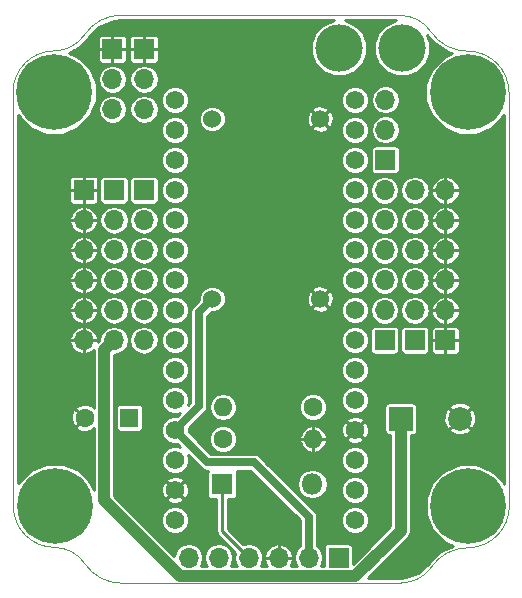
<source format=gbl>
G04 #@! TF.FileFunction,Copper,L2,Bot,Signal*
%FSLAX46Y46*%
G04 Gerber Fmt 4.6, Leading zero omitted, Abs format (unit mm)*
G04 Created by KiCad (PCBNEW 4.0.7) date 10/28/18 13:34:34*
%MOMM*%
%LPD*%
G01*
G04 APERTURE LIST*
%ADD10C,0.100000*%
%ADD11C,1.574800*%
%ADD12R,1.800000X1.800000*%
%ADD13O,1.800000X1.800000*%
%ADD14R,1.700000X1.700000*%
%ADD15O,1.700000X1.700000*%
%ADD16C,1.600000*%
%ADD17O,1.600000X1.600000*%
%ADD18C,1.524000*%
%ADD19C,6.400000*%
%ADD20C,0.600000*%
%ADD21R,2.000000X2.000000*%
%ADD22C,2.000000*%
%ADD23R,1.600000X1.600000*%
%ADD24C,4.000500*%
%ADD25C,0.200000*%
%ADD26C,0.250000*%
%ADD27C,0.700000*%
%ADD28C,1.000000*%
G04 APERTURE END LIST*
D10*
X35488497Y1354679D02*
G75*
G02X38608000Y3027680I3094103J-2024475D01*
G01*
X35490167Y1355438D02*
G75*
G02X32962545Y56661I-2527622J1810183D01*
G01*
X32964120Y55880D02*
X9276080Y31244D01*
X6162040Y1689436D02*
G75*
G03X3583833Y3061019I-2578207J-1737377D01*
G01*
X6161607Y1686268D02*
G75*
G03X9276080Y30480I3114473J2101208D01*
G01*
X6122129Y46427402D02*
G75*
G02X9276080Y48127920I3143791J-2055714D01*
G01*
X6124118Y46432844D02*
G75*
G02X3586480Y45100240I-2550445J1774261D01*
G01*
X35459774Y46730191D02*
G75*
G03X38582600Y45074840I3112666J2098769D01*
G01*
X35458400Y46730920D02*
G75*
G03X32880193Y48102503I-2578207J-1737377D01*
G01*
X42077640Y41584880D02*
G75*
G03X38577520Y45074840I-3495040J-5080D01*
G01*
X38608058Y3027735D02*
G75*
G03X42113200Y6558280I-20378J3525465D01*
G01*
X3585451Y45100235D02*
G75*
G03X91440Y41600120I6109J-3500115D01*
G01*
X116782Y6555222D02*
G75*
G03X3586480Y3063240I3490018J-2022D01*
G01*
X42113200Y6553200D02*
X42077640Y41584880D01*
X32882840Y48102520D02*
X9276080Y48127920D01*
X91440Y41605200D02*
X116840Y6553200D01*
D11*
X13802360Y5389880D03*
X29042360Y5389880D03*
X13802360Y7929880D03*
X29042360Y7929880D03*
X13802360Y10469880D03*
X29042360Y10469880D03*
X13802360Y13009880D03*
X29042360Y13009880D03*
X13802360Y15549880D03*
X29042360Y15549880D03*
X13802360Y18089880D03*
X29042360Y18089880D03*
X13802360Y20629880D03*
X29042360Y20629880D03*
X13802360Y23169880D03*
X29042360Y23169880D03*
X13802360Y25709880D03*
X29042360Y25709880D03*
X13802360Y28249880D03*
X29042360Y28249880D03*
X13802360Y30789880D03*
X29042360Y30789880D03*
X13802360Y33329880D03*
X29042360Y33329880D03*
X13802360Y35869880D03*
X29042360Y35869880D03*
X13802360Y38409880D03*
X29042360Y38409880D03*
X13802360Y40949880D03*
X29042360Y40949880D03*
D12*
X17810480Y8427720D03*
D13*
X25430480Y8427720D03*
D14*
X8509000Y45242480D03*
D15*
X8509000Y42702480D03*
X8509000Y40162480D03*
D14*
X11181080Y45242480D03*
D15*
X11181080Y42702480D03*
X11181080Y40162480D03*
D16*
X25486360Y14950440D03*
D17*
X17866360Y14950440D03*
D16*
X17881600Y12247880D03*
D17*
X25501600Y12247880D03*
D14*
X31607760Y35874960D03*
D15*
X31607760Y38414960D03*
X31607760Y40954960D03*
D14*
X31562040Y20604480D03*
D15*
X31562040Y23144480D03*
X31562040Y25684480D03*
X31562040Y28224480D03*
X31562040Y30764480D03*
X31562040Y33304480D03*
D14*
X11176000Y33309560D03*
D15*
X11176000Y30769560D03*
X11176000Y28229560D03*
X11176000Y25689560D03*
X11176000Y23149560D03*
X11176000Y20609560D03*
D14*
X6075680Y33314640D03*
D15*
X6075680Y30774640D03*
X6075680Y28234640D03*
X6075680Y25694640D03*
X6075680Y23154640D03*
X6075680Y20614640D03*
D14*
X36697920Y20589240D03*
D15*
X36697920Y23129240D03*
X36697920Y25669240D03*
X36697920Y28209240D03*
X36697920Y30749240D03*
X36697920Y33289240D03*
D18*
X16946880Y39334440D03*
X26090880Y39334440D03*
X16946880Y24094440D03*
X26086880Y24094440D03*
D14*
X34117280Y20604480D03*
D15*
X34117280Y23144480D03*
X34117280Y25684480D03*
X34117280Y28224480D03*
X34117280Y30764480D03*
X34117280Y33304480D03*
D14*
X8641080Y33309560D03*
D15*
X8641080Y30769560D03*
X8641080Y28229560D03*
X8641080Y25689560D03*
X8641080Y23149560D03*
X8641080Y20609560D03*
D19*
X38587680Y41574720D03*
D20*
X40987680Y41574720D03*
X40284736Y39877664D03*
X38587680Y39174720D03*
X36890624Y39877664D03*
X36187680Y41574720D03*
X36890624Y43271776D03*
X38587680Y43974720D03*
X40284736Y43271776D03*
D19*
X3591560Y41589960D03*
D20*
X5991560Y41589960D03*
X5288616Y39892904D03*
X3591560Y39189960D03*
X1894504Y39892904D03*
X1191560Y41589960D03*
X1894504Y43287016D03*
X3591560Y43989960D03*
X5288616Y43287016D03*
D19*
X3606800Y6563360D03*
D20*
X6006800Y6563360D03*
X5303856Y4866304D03*
X3606800Y4163360D03*
X1909744Y4866304D03*
X1206800Y6563360D03*
X1909744Y8260416D03*
X3606800Y8963360D03*
X5303856Y8260416D03*
D19*
X38613080Y6532880D03*
D20*
X41013080Y6532880D03*
X40310136Y4835824D03*
X38613080Y4132880D03*
X36916024Y4835824D03*
X36213080Y6532880D03*
X36916024Y8229936D03*
X38613080Y8932880D03*
X40310136Y8229936D03*
D14*
X27660600Y2184400D03*
D15*
X25120600Y2184400D03*
X22580600Y2184400D03*
X20040600Y2184400D03*
X17500600Y2184400D03*
X14960600Y2184400D03*
D21*
X32923480Y13970000D03*
D22*
X37923480Y13970000D03*
D23*
X9951720Y14030960D03*
D16*
X6151720Y14030960D03*
D24*
X27711400Y45313600D03*
X33030160Y45313600D03*
D25*
X28270200Y42423080D02*
X31841642Y42423080D01*
X31841642Y42423080D02*
X36697920Y37566802D01*
X36697920Y37566802D02*
X36697920Y34491321D01*
X36697920Y34491321D02*
X36697920Y33289240D01*
X26852879Y41005759D02*
X28270200Y42423080D01*
X26090880Y39334440D02*
X26852879Y40096439D01*
X26852879Y40096439D02*
X26852879Y41005759D01*
D26*
X17810480Y8427720D02*
X17810480Y4414520D01*
X17810480Y4414520D02*
X20040600Y2184400D01*
D27*
X13802360Y13009880D02*
X14589759Y12222481D01*
X14589759Y12222481D02*
X14589759Y12212321D01*
X14589759Y12212321D02*
X16530320Y10271760D01*
X16530320Y10271760D02*
X20487640Y10271760D01*
X20487640Y10271760D02*
X25120600Y5638800D01*
X25120600Y5638800D02*
X25120600Y2184400D01*
X15824200Y15031720D02*
X15824200Y22971760D01*
X15824200Y22971760D02*
X16946880Y24094440D01*
X13802360Y13009880D02*
X15824200Y15031720D01*
D28*
X32923480Y13970000D02*
X32923480Y4487278D01*
X32923480Y4487278D02*
X29070601Y634399D01*
X30698440Y2262238D02*
X29070601Y634399D01*
X29070601Y634399D02*
X14216599Y634399D01*
X14216599Y634399D02*
X7791081Y7059917D01*
X7791081Y7059917D02*
X7791081Y19759561D01*
X7791081Y19759561D02*
X8641080Y20609560D01*
X32923480Y6050280D02*
X32923480Y13970000D01*
D26*
G36*
X27227317Y47683605D02*
X26367687Y47328413D01*
X25698935Y46660828D01*
X25336563Y45788139D01*
X25335739Y44843206D01*
X25696587Y43969887D01*
X26364172Y43301135D01*
X27236861Y42938763D01*
X28181794Y42937939D01*
X29055113Y43298787D01*
X29723865Y43966372D01*
X30086237Y44839061D01*
X30087061Y45783994D01*
X29726213Y46657313D01*
X29058628Y47326065D01*
X28200097Y47682558D01*
X32532262Y47677897D01*
X31686447Y47328413D01*
X31017695Y46660828D01*
X30655323Y45788139D01*
X30654499Y44843206D01*
X31015347Y43969887D01*
X31682932Y43301135D01*
X32555621Y42938763D01*
X33500554Y42937939D01*
X34373873Y43298787D01*
X35042625Y43966372D01*
X35404997Y44839061D01*
X35405821Y45783994D01*
X35122033Y46470814D01*
X35130400Y46460659D01*
X35132777Y46458716D01*
X35597463Y45896463D01*
X35645741Y45857120D01*
X35689900Y45813200D01*
X36910024Y45002707D01*
X36910027Y45002704D01*
X37063402Y44939660D01*
X37271190Y44898913D01*
X36565251Y44607224D01*
X35558710Y43602439D01*
X35013302Y42288951D01*
X35012061Y40866728D01*
X35555176Y39552291D01*
X36559961Y38545750D01*
X37873449Y38000342D01*
X39295672Y37999101D01*
X40610109Y38542216D01*
X41616650Y39547001D01*
X41654615Y39638432D01*
X41686267Y8456848D01*
X41645584Y8555309D01*
X40640799Y9561850D01*
X39327311Y10107258D01*
X37905088Y10108499D01*
X36590651Y9565384D01*
X35584110Y8560599D01*
X35038702Y7247111D01*
X35037461Y5824888D01*
X35580576Y4510451D01*
X36585361Y3503910D01*
X37323378Y3197458D01*
X36332331Y2775697D01*
X36195347Y2682242D01*
X35185089Y1652284D01*
X35184599Y1651535D01*
X34376106Y893868D01*
X33375735Y517031D01*
X32935247Y480850D01*
X30151594Y477955D01*
X33542199Y3868560D01*
X33731875Y4152430D01*
X33798480Y4487278D01*
X33798480Y12587654D01*
X33923480Y12587654D01*
X34062446Y12613802D01*
X34190079Y12695931D01*
X34275703Y12821246D01*
X34305826Y12970000D01*
X34305826Y13041382D01*
X36997691Y13041382D01*
X37098663Y12831334D01*
X37597198Y12602366D01*
X38145405Y12581608D01*
X38659826Y12772220D01*
X38748297Y12831334D01*
X38849269Y13041382D01*
X37923480Y13967172D01*
X36997691Y13041382D01*
X34305826Y13041382D01*
X34305826Y13748075D01*
X36535088Y13748075D01*
X36725700Y13233654D01*
X36784814Y13145183D01*
X36994862Y13044211D01*
X37920652Y13970000D01*
X37926308Y13970000D01*
X38852098Y13044211D01*
X39062146Y13145183D01*
X39291114Y13643718D01*
X39311872Y14191925D01*
X39121260Y14706346D01*
X39062146Y14794817D01*
X38852098Y14895789D01*
X37926308Y13970000D01*
X37920652Y13970000D01*
X36994862Y14895789D01*
X36784814Y14794817D01*
X36555846Y14296282D01*
X36535088Y13748075D01*
X34305826Y13748075D01*
X34305826Y14898618D01*
X36997691Y14898618D01*
X37923480Y13972828D01*
X38849269Y14898618D01*
X38748297Y15108666D01*
X38249762Y15337634D01*
X37701555Y15358392D01*
X37187134Y15167780D01*
X37098663Y15108666D01*
X36997691Y14898618D01*
X34305826Y14898618D01*
X34305826Y14970000D01*
X34279678Y15108966D01*
X34197549Y15236599D01*
X34072234Y15322223D01*
X33923480Y15352346D01*
X31923480Y15352346D01*
X31784514Y15326198D01*
X31656881Y15244069D01*
X31571257Y15118754D01*
X31541134Y14970000D01*
X31541134Y12970000D01*
X31567282Y12831034D01*
X31649411Y12703401D01*
X31774726Y12617777D01*
X31923480Y12587654D01*
X32048480Y12587654D01*
X32048480Y4849715D01*
X30079722Y2880956D01*
X28892946Y1694180D01*
X28892946Y3034400D01*
X28866798Y3173366D01*
X28784669Y3300999D01*
X28659354Y3386623D01*
X28510600Y3416746D01*
X26810600Y3416746D01*
X26671634Y3390598D01*
X26544001Y3308469D01*
X26458377Y3183154D01*
X26428254Y3034400D01*
X26428254Y1509399D01*
X26130600Y1509399D01*
X26252352Y1691614D01*
X26345600Y2160401D01*
X26345600Y2208399D01*
X26252352Y2677186D01*
X25986806Y3074605D01*
X25845600Y3168956D01*
X25845600Y5159679D01*
X27879758Y5159679D01*
X28056350Y4732293D01*
X28383053Y4405020D01*
X28810130Y4227682D01*
X29272561Y4227278D01*
X29699947Y4403870D01*
X30027220Y4730573D01*
X30204558Y5157650D01*
X30204962Y5620081D01*
X30028370Y6047467D01*
X29701667Y6374740D01*
X29274590Y6552078D01*
X28812159Y6552482D01*
X28384773Y6375890D01*
X28057500Y6049187D01*
X27880162Y5622110D01*
X27879758Y5159679D01*
X25845600Y5159679D01*
X25845600Y5638800D01*
X25795983Y5888243D01*
X25790413Y5916246D01*
X25633253Y6151452D01*
X23356985Y8427720D01*
X24130501Y8427720D01*
X24227555Y7939799D01*
X24503940Y7526159D01*
X24917580Y7249774D01*
X25405501Y7152720D01*
X25455459Y7152720D01*
X25943380Y7249774D01*
X26357020Y7526159D01*
X26472962Y7699679D01*
X27879758Y7699679D01*
X28056350Y7272293D01*
X28383053Y6945020D01*
X28810130Y6767682D01*
X29272561Y6767278D01*
X29699947Y6943870D01*
X30027220Y7270573D01*
X30204558Y7697650D01*
X30204962Y8160081D01*
X30028370Y8587467D01*
X29701667Y8914740D01*
X29274590Y9092078D01*
X28812159Y9092482D01*
X28384773Y8915890D01*
X28057500Y8589187D01*
X27880162Y8162110D01*
X27879758Y7699679D01*
X26472962Y7699679D01*
X26633405Y7939799D01*
X26730459Y8427720D01*
X26633405Y8915641D01*
X26357020Y9329281D01*
X25943380Y9605666D01*
X25455459Y9702720D01*
X25405501Y9702720D01*
X24917580Y9605666D01*
X24503940Y9329281D01*
X24227555Y8915641D01*
X24130501Y8427720D01*
X23356985Y8427720D01*
X21545026Y10239679D01*
X27879758Y10239679D01*
X28056350Y9812293D01*
X28383053Y9485020D01*
X28810130Y9307682D01*
X29272561Y9307278D01*
X29699947Y9483870D01*
X30027220Y9810573D01*
X30204558Y10237650D01*
X30204962Y10700081D01*
X30028370Y11127467D01*
X29701667Y11454740D01*
X29274590Y11632078D01*
X28812159Y11632482D01*
X28384773Y11455890D01*
X28057500Y11129187D01*
X27880162Y10702110D01*
X27879758Y10239679D01*
X21545026Y10239679D01*
X21000292Y10784412D01*
X20765086Y10941573D01*
X20719055Y10950729D01*
X20487640Y10996760D01*
X16830625Y10996760D01*
X15812202Y12015183D01*
X16706396Y12015183D01*
X16884902Y11583165D01*
X17215147Y11252344D01*
X17646853Y11073084D01*
X18114297Y11072676D01*
X18546315Y11251182D01*
X18877136Y11581427D01*
X19056396Y12013133D01*
X19056438Y12061469D01*
X24337430Y12061469D01*
X24354711Y11974593D01*
X24546595Y11556500D01*
X24883870Y11243664D01*
X25315189Y11083710D01*
X25499600Y11163632D01*
X25499600Y12245880D01*
X25503600Y12245880D01*
X25503600Y11163632D01*
X25688011Y11083710D01*
X26119330Y11243664D01*
X26456605Y11556500D01*
X26648489Y11974593D01*
X26665770Y12061469D01*
X26590764Y12234538D01*
X28269847Y12234538D01*
X28344955Y12046581D01*
X28766680Y11853023D01*
X29230374Y11835585D01*
X29665446Y11996923D01*
X29739765Y12046581D01*
X29814873Y12234538D01*
X29042360Y13007052D01*
X28269847Y12234538D01*
X26590764Y12234538D01*
X26585848Y12245880D01*
X25503600Y12245880D01*
X25499600Y12245880D01*
X24417352Y12245880D01*
X24337430Y12061469D01*
X19056438Y12061469D01*
X19056763Y12434291D01*
X24337430Y12434291D01*
X24417352Y12249880D01*
X25499600Y12249880D01*
X25499600Y13332128D01*
X25503600Y13332128D01*
X25503600Y12249880D01*
X26585848Y12249880D01*
X26665770Y12434291D01*
X26648489Y12521167D01*
X26510484Y12821866D01*
X27868065Y12821866D01*
X28029403Y12386794D01*
X28079061Y12312475D01*
X28267018Y12237367D01*
X29039532Y13009880D01*
X29045188Y13009880D01*
X29817702Y12237367D01*
X30005659Y12312475D01*
X30199217Y12734200D01*
X30216655Y13197894D01*
X30055317Y13632966D01*
X30005659Y13707285D01*
X29817702Y13782393D01*
X29045188Y13009880D01*
X29039532Y13009880D01*
X28267018Y13782393D01*
X28079061Y13707285D01*
X27885503Y13285560D01*
X27868065Y12821866D01*
X26510484Y12821866D01*
X26456605Y12939260D01*
X26119330Y13252096D01*
X25688011Y13412050D01*
X25503600Y13332128D01*
X25499600Y13332128D01*
X25315189Y13412050D01*
X24883870Y13252096D01*
X24546595Y12939260D01*
X24354711Y12521167D01*
X24337430Y12434291D01*
X19056763Y12434291D01*
X19056804Y12480577D01*
X18878298Y12912595D01*
X18548053Y13243416D01*
X18116347Y13422676D01*
X17648903Y13423084D01*
X17216885Y13244578D01*
X16886064Y12914333D01*
X16706804Y12482627D01*
X16706396Y12015183D01*
X15812202Y12015183D01*
X15122872Y12704512D01*
X15102411Y12735134D01*
X14964641Y12872904D01*
X14964881Y13147096D01*
X16336853Y14519068D01*
X16494013Y14754274D01*
X16533032Y14950440D01*
X16668340Y14950440D01*
X16757782Y14500787D01*
X17012490Y14119590D01*
X17393687Y13864882D01*
X17843340Y13775440D01*
X17889380Y13775440D01*
X18339033Y13864882D01*
X18720230Y14119590D01*
X18974938Y14500787D01*
X19018093Y14717743D01*
X24311156Y14717743D01*
X24489662Y14285725D01*
X24819907Y13954904D01*
X25251613Y13775644D01*
X25719057Y13775236D01*
X25743224Y13785222D01*
X28269847Y13785222D01*
X29042360Y13012708D01*
X29814873Y13785222D01*
X29739765Y13973179D01*
X29318040Y14166737D01*
X28854346Y14184175D01*
X28419274Y14022837D01*
X28344955Y13973179D01*
X28269847Y13785222D01*
X25743224Y13785222D01*
X26151075Y13953742D01*
X26481896Y14283987D01*
X26661156Y14715693D01*
X26661564Y15183137D01*
X26605147Y15319679D01*
X27879758Y15319679D01*
X28056350Y14892293D01*
X28383053Y14565020D01*
X28810130Y14387682D01*
X29272561Y14387278D01*
X29699947Y14563870D01*
X30027220Y14890573D01*
X30204558Y15317650D01*
X30204962Y15780081D01*
X30028370Y16207467D01*
X29701667Y16534740D01*
X29274590Y16712078D01*
X28812159Y16712482D01*
X28384773Y16535890D01*
X28057500Y16209187D01*
X27880162Y15782110D01*
X27879758Y15319679D01*
X26605147Y15319679D01*
X26483058Y15615155D01*
X26152813Y15945976D01*
X25721107Y16125236D01*
X25253663Y16125644D01*
X24821645Y15947138D01*
X24490824Y15616893D01*
X24311564Y15185187D01*
X24311156Y14717743D01*
X19018093Y14717743D01*
X19064380Y14950440D01*
X18974938Y15400093D01*
X18720230Y15781290D01*
X18339033Y16035998D01*
X17889380Y16125440D01*
X17843340Y16125440D01*
X17393687Y16035998D01*
X17012490Y15781290D01*
X16757782Y15400093D01*
X16668340Y14950440D01*
X16533032Y14950440D01*
X16549200Y15031720D01*
X16549200Y17859679D01*
X27879758Y17859679D01*
X28056350Y17432293D01*
X28383053Y17105020D01*
X28810130Y16927682D01*
X29272561Y16927278D01*
X29699947Y17103870D01*
X30027220Y17430573D01*
X30204558Y17857650D01*
X30204962Y18320081D01*
X30028370Y18747467D01*
X29701667Y19074740D01*
X29274590Y19252078D01*
X28812159Y19252482D01*
X28384773Y19075890D01*
X28057500Y18749187D01*
X27880162Y18322110D01*
X27879758Y17859679D01*
X16549200Y17859679D01*
X16549200Y20399679D01*
X27879758Y20399679D01*
X28056350Y19972293D01*
X28383053Y19645020D01*
X28810130Y19467682D01*
X29272561Y19467278D01*
X29699947Y19643870D01*
X30027220Y19970573D01*
X30204558Y20397650D01*
X30204962Y20860081D01*
X30028370Y21287467D01*
X29861648Y21454480D01*
X30329694Y21454480D01*
X30329694Y19754480D01*
X30355842Y19615514D01*
X30437971Y19487881D01*
X30563286Y19402257D01*
X30712040Y19372134D01*
X32412040Y19372134D01*
X32551006Y19398282D01*
X32678639Y19480411D01*
X32764263Y19605726D01*
X32794386Y19754480D01*
X32794386Y21454480D01*
X32884934Y21454480D01*
X32884934Y19754480D01*
X32911082Y19615514D01*
X32993211Y19487881D01*
X33118526Y19402257D01*
X33267280Y19372134D01*
X34967280Y19372134D01*
X35106246Y19398282D01*
X35233879Y19480411D01*
X35319503Y19605726D01*
X35349626Y19754480D01*
X35349626Y20492490D01*
X35468920Y20492490D01*
X35468920Y19663852D01*
X35526619Y19524554D01*
X35633234Y19417939D01*
X35772532Y19360240D01*
X36601170Y19360240D01*
X36695920Y19454990D01*
X36695920Y20587240D01*
X36699920Y20587240D01*
X36699920Y19454990D01*
X36794670Y19360240D01*
X37623308Y19360240D01*
X37762606Y19417939D01*
X37869221Y19524554D01*
X37926920Y19663852D01*
X37926920Y20492490D01*
X37832170Y20587240D01*
X36699920Y20587240D01*
X36695920Y20587240D01*
X35563670Y20587240D01*
X35468920Y20492490D01*
X35349626Y20492490D01*
X35349626Y21454480D01*
X35338309Y21514628D01*
X35468920Y21514628D01*
X35468920Y20685990D01*
X35563670Y20591240D01*
X36695920Y20591240D01*
X36695920Y21723490D01*
X36699920Y21723490D01*
X36699920Y20591240D01*
X37832170Y20591240D01*
X37926920Y20685990D01*
X37926920Y21514628D01*
X37869221Y21653926D01*
X37762606Y21760541D01*
X37623308Y21818240D01*
X36794670Y21818240D01*
X36699920Y21723490D01*
X36695920Y21723490D01*
X36601170Y21818240D01*
X35772532Y21818240D01*
X35633234Y21760541D01*
X35526619Y21653926D01*
X35468920Y21514628D01*
X35338309Y21514628D01*
X35323478Y21593446D01*
X35241349Y21721079D01*
X35116034Y21806703D01*
X34967280Y21836826D01*
X33267280Y21836826D01*
X33128314Y21810678D01*
X33000681Y21728549D01*
X32915057Y21603234D01*
X32884934Y21454480D01*
X32794386Y21454480D01*
X32768238Y21593446D01*
X32686109Y21721079D01*
X32560794Y21806703D01*
X32412040Y21836826D01*
X30712040Y21836826D01*
X30573074Y21810678D01*
X30445441Y21728549D01*
X30359817Y21603234D01*
X30329694Y21454480D01*
X29861648Y21454480D01*
X29701667Y21614740D01*
X29274590Y21792078D01*
X28812159Y21792482D01*
X28384773Y21615890D01*
X28057500Y21289187D01*
X27880162Y20862110D01*
X27879758Y20399679D01*
X16549200Y20399679D01*
X16549200Y22671456D01*
X16817423Y22939679D01*
X27879758Y22939679D01*
X28056350Y22512293D01*
X28383053Y22185020D01*
X28810130Y22007682D01*
X29272561Y22007278D01*
X29699947Y22183870D01*
X30027220Y22510573D01*
X30204558Y22937650D01*
X30204738Y23144480D01*
X30313041Y23144480D01*
X30406289Y22675693D01*
X30671835Y22278274D01*
X31069254Y22012728D01*
X31538041Y21919480D01*
X31586039Y21919480D01*
X32054826Y22012728D01*
X32452245Y22278274D01*
X32717791Y22675693D01*
X32811039Y23144480D01*
X32868281Y23144480D01*
X32961529Y22675693D01*
X33227075Y22278274D01*
X33624494Y22012728D01*
X34093281Y21919480D01*
X34141279Y21919480D01*
X34610066Y22012728D01*
X35007485Y22278274D01*
X35273031Y22675693D01*
X35324612Y22935007D01*
X35484366Y22935007D01*
X35502412Y22844280D01*
X35702464Y22408470D01*
X36054065Y22082391D01*
X36503687Y21915685D01*
X36695920Y21994991D01*
X36695920Y23127240D01*
X36699920Y23127240D01*
X36699920Y21994991D01*
X36892153Y21915685D01*
X37341775Y22082391D01*
X37693376Y22408470D01*
X37893428Y22844280D01*
X37911474Y22935007D01*
X37832168Y23127240D01*
X36699920Y23127240D01*
X36695920Y23127240D01*
X35563672Y23127240D01*
X35484366Y22935007D01*
X35324612Y22935007D01*
X35366279Y23144480D01*
X35330675Y23323473D01*
X35484366Y23323473D01*
X35563672Y23131240D01*
X36695920Y23131240D01*
X36695920Y24263489D01*
X36699920Y24263489D01*
X36699920Y23131240D01*
X37832168Y23131240D01*
X37911474Y23323473D01*
X37893428Y23414200D01*
X37693376Y23850010D01*
X37341775Y24176089D01*
X36892153Y24342795D01*
X36699920Y24263489D01*
X36695920Y24263489D01*
X36503687Y24342795D01*
X36054065Y24176089D01*
X35702464Y23850010D01*
X35502412Y23414200D01*
X35484366Y23323473D01*
X35330675Y23323473D01*
X35273031Y23613267D01*
X35007485Y24010686D01*
X34610066Y24276232D01*
X34141279Y24369480D01*
X34093281Y24369480D01*
X33624494Y24276232D01*
X33227075Y24010686D01*
X32961529Y23613267D01*
X32868281Y23144480D01*
X32811039Y23144480D01*
X32717791Y23613267D01*
X32452245Y24010686D01*
X32054826Y24276232D01*
X31586039Y24369480D01*
X31538041Y24369480D01*
X31069254Y24276232D01*
X30671835Y24010686D01*
X30406289Y23613267D01*
X30313041Y23144480D01*
X30204738Y23144480D01*
X30204962Y23400081D01*
X30028370Y23827467D01*
X29701667Y24154740D01*
X29274590Y24332078D01*
X28812159Y24332482D01*
X28384773Y24155890D01*
X28057500Y23829187D01*
X27880162Y23402110D01*
X27879758Y22939679D01*
X16817423Y22939679D01*
X16835282Y22957537D01*
X17172051Y22957243D01*
X17590097Y23129976D01*
X17797893Y23337410D01*
X25332678Y23337410D01*
X25404697Y23152093D01*
X25817246Y22962765D01*
X26270844Y22945724D01*
X26696435Y23103565D01*
X26769063Y23152093D01*
X26841082Y23337410D01*
X26086880Y24091612D01*
X25332678Y23337410D01*
X17797893Y23337410D01*
X17910220Y23449540D01*
X18083682Y23867285D01*
X18083719Y23910476D01*
X24938164Y23910476D01*
X25096005Y23484885D01*
X25144533Y23412257D01*
X25329850Y23340238D01*
X26084052Y24094440D01*
X26089708Y24094440D01*
X26843910Y23340238D01*
X27029227Y23412257D01*
X27218555Y23824806D01*
X27235596Y24278404D01*
X27077755Y24703995D01*
X27029227Y24776623D01*
X26843910Y24848642D01*
X26089708Y24094440D01*
X26084052Y24094440D01*
X25329850Y24848642D01*
X25144533Y24776623D01*
X24955205Y24364074D01*
X24938164Y23910476D01*
X18083719Y23910476D01*
X18084077Y24319611D01*
X17911344Y24737657D01*
X17797730Y24851470D01*
X25332678Y24851470D01*
X26086880Y24097268D01*
X26841082Y24851470D01*
X26769063Y25036787D01*
X26356514Y25226115D01*
X25902916Y25243156D01*
X25477325Y25085315D01*
X25404697Y25036787D01*
X25332678Y24851470D01*
X17797730Y24851470D01*
X17591780Y25057780D01*
X17174035Y25231242D01*
X16721709Y25231637D01*
X16303663Y25058904D01*
X15983540Y24739340D01*
X15810078Y24321595D01*
X15809782Y23982646D01*
X15311548Y23484412D01*
X15154387Y23249206D01*
X15154387Y23249205D01*
X15099200Y22971760D01*
X15099200Y15332025D01*
X14879157Y15111982D01*
X14964558Y15317650D01*
X14964962Y15780081D01*
X14788370Y16207467D01*
X14461667Y16534740D01*
X14034590Y16712078D01*
X13572159Y16712482D01*
X13144773Y16535890D01*
X12817500Y16209187D01*
X12640162Y15782110D01*
X12639758Y15319679D01*
X12816350Y14892293D01*
X13143053Y14565020D01*
X13570130Y14387682D01*
X14032561Y14387278D01*
X14240282Y14473106D01*
X13939337Y14172161D01*
X13572159Y14172482D01*
X13144773Y13995890D01*
X12817500Y13669187D01*
X12640162Y13242110D01*
X12639758Y12779679D01*
X12816350Y12352293D01*
X13143053Y12025020D01*
X13570130Y11847682D01*
X13939576Y11847359D01*
X14056650Y11730285D01*
X14077107Y11699669D01*
X14222885Y11553891D01*
X14034590Y11632078D01*
X13572159Y11632482D01*
X13144773Y11455890D01*
X12817500Y11129187D01*
X12640162Y10702110D01*
X12639758Y10239679D01*
X12816350Y9812293D01*
X13143053Y9485020D01*
X13570130Y9307682D01*
X14032561Y9307278D01*
X14459947Y9483870D01*
X14787220Y9810573D01*
X14964558Y10237650D01*
X14964962Y10700081D01*
X14886288Y10890488D01*
X16017668Y9759107D01*
X16252874Y9601947D01*
X16530320Y9546760D01*
X16606281Y9546760D01*
X16558257Y9476474D01*
X16528134Y9327720D01*
X16528134Y7527720D01*
X16554282Y7388754D01*
X16636411Y7261121D01*
X16761726Y7175497D01*
X16910480Y7145374D01*
X17310480Y7145374D01*
X17310480Y4414520D01*
X17340436Y4263921D01*
X17348540Y4223178D01*
X17456927Y4060967D01*
X18897543Y2620351D01*
X18815600Y2208399D01*
X18815600Y2160401D01*
X18908848Y1691614D01*
X19030600Y1509399D01*
X18510600Y1509399D01*
X18632352Y1691614D01*
X18725600Y2160401D01*
X18725600Y2208399D01*
X18632352Y2677186D01*
X18366806Y3074605D01*
X17969387Y3340151D01*
X17500600Y3433399D01*
X17031813Y3340151D01*
X16634394Y3074605D01*
X16368848Y2677186D01*
X16275600Y2208399D01*
X16275600Y2160401D01*
X16368848Y1691614D01*
X16490600Y1509399D01*
X15970600Y1509399D01*
X16092352Y1691614D01*
X16185600Y2160401D01*
X16185600Y2208399D01*
X16092352Y2677186D01*
X15826806Y3074605D01*
X15429387Y3340151D01*
X14960600Y3433399D01*
X14491813Y3340151D01*
X14094394Y3074605D01*
X13828848Y2677186D01*
X13759564Y2328871D01*
X10928756Y5159679D01*
X12639758Y5159679D01*
X12816350Y4732293D01*
X13143053Y4405020D01*
X13570130Y4227682D01*
X14032561Y4227278D01*
X14459947Y4403870D01*
X14787220Y4730573D01*
X14964558Y5157650D01*
X14964962Y5620081D01*
X14788370Y6047467D01*
X14461667Y6374740D01*
X14034590Y6552078D01*
X13572159Y6552482D01*
X13144773Y6375890D01*
X12817500Y6049187D01*
X12640162Y5622110D01*
X12639758Y5159679D01*
X10928756Y5159679D01*
X8933897Y7154538D01*
X13029847Y7154538D01*
X13104955Y6966581D01*
X13526680Y6773023D01*
X13990374Y6755585D01*
X14425446Y6916923D01*
X14499765Y6966581D01*
X14574873Y7154538D01*
X13802360Y7927052D01*
X13029847Y7154538D01*
X8933897Y7154538D01*
X8666081Y7422353D01*
X8666081Y7741866D01*
X12628065Y7741866D01*
X12789403Y7306794D01*
X12839061Y7232475D01*
X13027018Y7157367D01*
X13799532Y7929880D01*
X13805188Y7929880D01*
X14577702Y7157367D01*
X14765659Y7232475D01*
X14959217Y7654200D01*
X14976655Y8117894D01*
X14815317Y8552966D01*
X14765659Y8627285D01*
X14577702Y8702393D01*
X13805188Y7929880D01*
X13799532Y7929880D01*
X13027018Y8702393D01*
X12839061Y8627285D01*
X12645503Y8205560D01*
X12628065Y7741866D01*
X8666081Y7741866D01*
X8666081Y8705222D01*
X13029847Y8705222D01*
X13802360Y7932708D01*
X14574873Y8705222D01*
X14499765Y8893179D01*
X14078040Y9086737D01*
X13614346Y9104175D01*
X13179274Y8942837D01*
X13104955Y8893179D01*
X13029847Y8705222D01*
X8666081Y8705222D01*
X8666081Y14830960D01*
X8769374Y14830960D01*
X8769374Y13230960D01*
X8795522Y13091994D01*
X8877651Y12964361D01*
X9002966Y12878737D01*
X9151720Y12848614D01*
X10751720Y12848614D01*
X10890686Y12874762D01*
X11018319Y12956891D01*
X11103943Y13082206D01*
X11134066Y13230960D01*
X11134066Y14830960D01*
X11107918Y14969926D01*
X11025789Y15097559D01*
X10900474Y15183183D01*
X10751720Y15213306D01*
X9151720Y15213306D01*
X9012754Y15187158D01*
X8885121Y15105029D01*
X8799497Y14979714D01*
X8769374Y14830960D01*
X8666081Y14830960D01*
X8666081Y17859679D01*
X12639758Y17859679D01*
X12816350Y17432293D01*
X13143053Y17105020D01*
X13570130Y16927682D01*
X14032561Y16927278D01*
X14459947Y17103870D01*
X14787220Y17430573D01*
X14964558Y17857650D01*
X14964962Y18320081D01*
X14788370Y18747467D01*
X14461667Y19074740D01*
X14034590Y19252078D01*
X13572159Y19252482D01*
X13144773Y19075890D01*
X12817500Y18749187D01*
X12640162Y18322110D01*
X12639758Y17859679D01*
X8666081Y17859679D01*
X8666081Y19384759D01*
X9133866Y19477808D01*
X9531285Y19743354D01*
X9796831Y20140773D01*
X9890079Y20609560D01*
X9927001Y20609560D01*
X10020249Y20140773D01*
X10285795Y19743354D01*
X10683214Y19477808D01*
X11152001Y19384560D01*
X11199999Y19384560D01*
X11668786Y19477808D01*
X12066205Y19743354D01*
X12331751Y20140773D01*
X12383250Y20399679D01*
X12639758Y20399679D01*
X12816350Y19972293D01*
X13143053Y19645020D01*
X13570130Y19467682D01*
X14032561Y19467278D01*
X14459947Y19643870D01*
X14787220Y19970573D01*
X14964558Y20397650D01*
X14964962Y20860081D01*
X14788370Y21287467D01*
X14461667Y21614740D01*
X14034590Y21792078D01*
X13572159Y21792482D01*
X13144773Y21615890D01*
X12817500Y21289187D01*
X12640162Y20862110D01*
X12639758Y20399679D01*
X12383250Y20399679D01*
X12424999Y20609560D01*
X12331751Y21078347D01*
X12066205Y21475766D01*
X11668786Y21741312D01*
X11199999Y21834560D01*
X11152001Y21834560D01*
X10683214Y21741312D01*
X10285795Y21475766D01*
X10020249Y21078347D01*
X9927001Y20609560D01*
X9890079Y20609560D01*
X9796831Y21078347D01*
X9531285Y21475766D01*
X9133866Y21741312D01*
X8665079Y21834560D01*
X8617081Y21834560D01*
X8148294Y21741312D01*
X7750875Y21475766D01*
X7485329Y21078347D01*
X7392081Y20609560D01*
X7393999Y20599916D01*
X7267404Y20473321D01*
X7209928Y20612640D01*
X6077680Y20612640D01*
X6077680Y19480391D01*
X6269913Y19401085D01*
X6719535Y19567791D01*
X6916081Y19750070D01*
X6916081Y14857952D01*
X6856676Y15004652D01*
X6430399Y15200309D01*
X5961695Y15217943D01*
X5521921Y15054870D01*
X5446764Y15004652D01*
X5370122Y14815386D01*
X6151720Y14033788D01*
X6165863Y14047930D01*
X6168691Y14045102D01*
X6154548Y14030960D01*
X6168691Y14016817D01*
X6165863Y14013989D01*
X6151720Y14028132D01*
X5370122Y13246534D01*
X5446764Y13057268D01*
X5873041Y12861611D01*
X6341745Y12843977D01*
X6781519Y13007050D01*
X6856676Y13057268D01*
X6916081Y13203968D01*
X6916081Y7915938D01*
X6639304Y8585789D01*
X5634519Y9592330D01*
X4321031Y10137738D01*
X2898808Y10138979D01*
X1584371Y9595864D01*
X577830Y8591079D01*
X540429Y8501007D01*
X536561Y13840935D01*
X4964737Y13840935D01*
X5127810Y13401161D01*
X5178028Y13326004D01*
X5367294Y13249362D01*
X6148892Y14030960D01*
X5367294Y14812558D01*
X5178028Y14735916D01*
X4982371Y14309639D01*
X4964737Y13840935D01*
X536561Y13840935D01*
X531793Y20420407D01*
X4862126Y20420407D01*
X4880172Y20329680D01*
X5080224Y19893870D01*
X5431825Y19567791D01*
X5881447Y19401085D01*
X6073680Y19480391D01*
X6073680Y20612640D01*
X4941432Y20612640D01*
X4862126Y20420407D01*
X531793Y20420407D01*
X531512Y20808873D01*
X4862126Y20808873D01*
X4941432Y20616640D01*
X6073680Y20616640D01*
X6073680Y21748889D01*
X6077680Y21748889D01*
X6077680Y20616640D01*
X7209928Y20616640D01*
X7289234Y20808873D01*
X7271188Y20899600D01*
X7071136Y21335410D01*
X6719535Y21661489D01*
X6269913Y21828195D01*
X6077680Y21748889D01*
X6073680Y21748889D01*
X5881447Y21828195D01*
X5431825Y21661489D01*
X5080224Y21335410D01*
X4880172Y20899600D01*
X4862126Y20808873D01*
X531512Y20808873D01*
X529953Y22960407D01*
X4862126Y22960407D01*
X4880172Y22869680D01*
X5080224Y22433870D01*
X5431825Y22107791D01*
X5881447Y21941085D01*
X6073680Y22020391D01*
X6073680Y23152640D01*
X6077680Y23152640D01*
X6077680Y22020391D01*
X6269913Y21941085D01*
X6719535Y22107791D01*
X7071136Y22433870D01*
X7271188Y22869680D01*
X7289234Y22960407D01*
X7211199Y23149560D01*
X7392081Y23149560D01*
X7485329Y22680773D01*
X7750875Y22283354D01*
X8148294Y22017808D01*
X8617081Y21924560D01*
X8665079Y21924560D01*
X9133866Y22017808D01*
X9531285Y22283354D01*
X9796831Y22680773D01*
X9890079Y23149560D01*
X9927001Y23149560D01*
X10020249Y22680773D01*
X10285795Y22283354D01*
X10683214Y22017808D01*
X11152001Y21924560D01*
X11199999Y21924560D01*
X11668786Y22017808D01*
X12066205Y22283354D01*
X12331751Y22680773D01*
X12383250Y22939679D01*
X12639758Y22939679D01*
X12816350Y22512293D01*
X13143053Y22185020D01*
X13570130Y22007682D01*
X14032561Y22007278D01*
X14459947Y22183870D01*
X14787220Y22510573D01*
X14964558Y22937650D01*
X14964962Y23400081D01*
X14788370Y23827467D01*
X14461667Y24154740D01*
X14034590Y24332078D01*
X13572159Y24332482D01*
X13144773Y24155890D01*
X12817500Y23829187D01*
X12640162Y23402110D01*
X12639758Y22939679D01*
X12383250Y22939679D01*
X12424999Y23149560D01*
X12331751Y23618347D01*
X12066205Y24015766D01*
X11668786Y24281312D01*
X11199999Y24374560D01*
X11152001Y24374560D01*
X10683214Y24281312D01*
X10285795Y24015766D01*
X10020249Y23618347D01*
X9927001Y23149560D01*
X9890079Y23149560D01*
X9796831Y23618347D01*
X9531285Y24015766D01*
X9133866Y24281312D01*
X8665079Y24374560D01*
X8617081Y24374560D01*
X8148294Y24281312D01*
X7750875Y24015766D01*
X7485329Y23618347D01*
X7392081Y23149560D01*
X7211199Y23149560D01*
X7209928Y23152640D01*
X6077680Y23152640D01*
X6073680Y23152640D01*
X4941432Y23152640D01*
X4862126Y22960407D01*
X529953Y22960407D01*
X529672Y23348873D01*
X4862126Y23348873D01*
X4941432Y23156640D01*
X6073680Y23156640D01*
X6073680Y24288889D01*
X6077680Y24288889D01*
X6077680Y23156640D01*
X7209928Y23156640D01*
X7289234Y23348873D01*
X7271188Y23439600D01*
X7071136Y23875410D01*
X6719535Y24201489D01*
X6269913Y24368195D01*
X6077680Y24288889D01*
X6073680Y24288889D01*
X5881447Y24368195D01*
X5431825Y24201489D01*
X5080224Y23875410D01*
X4880172Y23439600D01*
X4862126Y23348873D01*
X529672Y23348873D01*
X528113Y25500407D01*
X4862126Y25500407D01*
X4880172Y25409680D01*
X5080224Y24973870D01*
X5431825Y24647791D01*
X5881447Y24481085D01*
X6073680Y24560391D01*
X6073680Y25692640D01*
X6077680Y25692640D01*
X6077680Y24560391D01*
X6269913Y24481085D01*
X6719535Y24647791D01*
X7071136Y24973870D01*
X7271188Y25409680D01*
X7289234Y25500407D01*
X7211199Y25689560D01*
X7392081Y25689560D01*
X7485329Y25220773D01*
X7750875Y24823354D01*
X8148294Y24557808D01*
X8617081Y24464560D01*
X8665079Y24464560D01*
X9133866Y24557808D01*
X9531285Y24823354D01*
X9796831Y25220773D01*
X9890079Y25689560D01*
X9927001Y25689560D01*
X10020249Y25220773D01*
X10285795Y24823354D01*
X10683214Y24557808D01*
X11152001Y24464560D01*
X11199999Y24464560D01*
X11668786Y24557808D01*
X12066205Y24823354D01*
X12331751Y25220773D01*
X12383250Y25479679D01*
X12639758Y25479679D01*
X12816350Y25052293D01*
X13143053Y24725020D01*
X13570130Y24547682D01*
X14032561Y24547278D01*
X14459947Y24723870D01*
X14787220Y25050573D01*
X14964558Y25477650D01*
X14964559Y25479679D01*
X27879758Y25479679D01*
X28056350Y25052293D01*
X28383053Y24725020D01*
X28810130Y24547682D01*
X29272561Y24547278D01*
X29699947Y24723870D01*
X30027220Y25050573D01*
X30204558Y25477650D01*
X30204738Y25684480D01*
X30313041Y25684480D01*
X30406289Y25215693D01*
X30671835Y24818274D01*
X31069254Y24552728D01*
X31538041Y24459480D01*
X31586039Y24459480D01*
X32054826Y24552728D01*
X32452245Y24818274D01*
X32717791Y25215693D01*
X32811039Y25684480D01*
X32868281Y25684480D01*
X32961529Y25215693D01*
X33227075Y24818274D01*
X33624494Y24552728D01*
X34093281Y24459480D01*
X34141279Y24459480D01*
X34610066Y24552728D01*
X35007485Y24818274D01*
X35273031Y25215693D01*
X35324612Y25475007D01*
X35484366Y25475007D01*
X35502412Y25384280D01*
X35702464Y24948470D01*
X36054065Y24622391D01*
X36503687Y24455685D01*
X36695920Y24534991D01*
X36695920Y25667240D01*
X36699920Y25667240D01*
X36699920Y24534991D01*
X36892153Y24455685D01*
X37341775Y24622391D01*
X37693376Y24948470D01*
X37893428Y25384280D01*
X37911474Y25475007D01*
X37832168Y25667240D01*
X36699920Y25667240D01*
X36695920Y25667240D01*
X35563672Y25667240D01*
X35484366Y25475007D01*
X35324612Y25475007D01*
X35366279Y25684480D01*
X35330675Y25863473D01*
X35484366Y25863473D01*
X35563672Y25671240D01*
X36695920Y25671240D01*
X36695920Y26803489D01*
X36699920Y26803489D01*
X36699920Y25671240D01*
X37832168Y25671240D01*
X37911474Y25863473D01*
X37893428Y25954200D01*
X37693376Y26390010D01*
X37341775Y26716089D01*
X36892153Y26882795D01*
X36699920Y26803489D01*
X36695920Y26803489D01*
X36503687Y26882795D01*
X36054065Y26716089D01*
X35702464Y26390010D01*
X35502412Y25954200D01*
X35484366Y25863473D01*
X35330675Y25863473D01*
X35273031Y26153267D01*
X35007485Y26550686D01*
X34610066Y26816232D01*
X34141279Y26909480D01*
X34093281Y26909480D01*
X33624494Y26816232D01*
X33227075Y26550686D01*
X32961529Y26153267D01*
X32868281Y25684480D01*
X32811039Y25684480D01*
X32717791Y26153267D01*
X32452245Y26550686D01*
X32054826Y26816232D01*
X31586039Y26909480D01*
X31538041Y26909480D01*
X31069254Y26816232D01*
X30671835Y26550686D01*
X30406289Y26153267D01*
X30313041Y25684480D01*
X30204738Y25684480D01*
X30204962Y25940081D01*
X30028370Y26367467D01*
X29701667Y26694740D01*
X29274590Y26872078D01*
X28812159Y26872482D01*
X28384773Y26695890D01*
X28057500Y26369187D01*
X27880162Y25942110D01*
X27879758Y25479679D01*
X14964559Y25479679D01*
X14964962Y25940081D01*
X14788370Y26367467D01*
X14461667Y26694740D01*
X14034590Y26872078D01*
X13572159Y26872482D01*
X13144773Y26695890D01*
X12817500Y26369187D01*
X12640162Y25942110D01*
X12639758Y25479679D01*
X12383250Y25479679D01*
X12424999Y25689560D01*
X12331751Y26158347D01*
X12066205Y26555766D01*
X11668786Y26821312D01*
X11199999Y26914560D01*
X11152001Y26914560D01*
X10683214Y26821312D01*
X10285795Y26555766D01*
X10020249Y26158347D01*
X9927001Y25689560D01*
X9890079Y25689560D01*
X9796831Y26158347D01*
X9531285Y26555766D01*
X9133866Y26821312D01*
X8665079Y26914560D01*
X8617081Y26914560D01*
X8148294Y26821312D01*
X7750875Y26555766D01*
X7485329Y26158347D01*
X7392081Y25689560D01*
X7211199Y25689560D01*
X7209928Y25692640D01*
X6077680Y25692640D01*
X6073680Y25692640D01*
X4941432Y25692640D01*
X4862126Y25500407D01*
X528113Y25500407D01*
X527832Y25888873D01*
X4862126Y25888873D01*
X4941432Y25696640D01*
X6073680Y25696640D01*
X6073680Y26828889D01*
X6077680Y26828889D01*
X6077680Y25696640D01*
X7209928Y25696640D01*
X7289234Y25888873D01*
X7271188Y25979600D01*
X7071136Y26415410D01*
X6719535Y26741489D01*
X6269913Y26908195D01*
X6077680Y26828889D01*
X6073680Y26828889D01*
X5881447Y26908195D01*
X5431825Y26741489D01*
X5080224Y26415410D01*
X4880172Y25979600D01*
X4862126Y25888873D01*
X527832Y25888873D01*
X526273Y28040407D01*
X4862126Y28040407D01*
X4880172Y27949680D01*
X5080224Y27513870D01*
X5431825Y27187791D01*
X5881447Y27021085D01*
X6073680Y27100391D01*
X6073680Y28232640D01*
X6077680Y28232640D01*
X6077680Y27100391D01*
X6269913Y27021085D01*
X6719535Y27187791D01*
X7071136Y27513870D01*
X7271188Y27949680D01*
X7289234Y28040407D01*
X7211199Y28229560D01*
X7392081Y28229560D01*
X7485329Y27760773D01*
X7750875Y27363354D01*
X8148294Y27097808D01*
X8617081Y27004560D01*
X8665079Y27004560D01*
X9133866Y27097808D01*
X9531285Y27363354D01*
X9796831Y27760773D01*
X9890079Y28229560D01*
X9927001Y28229560D01*
X10020249Y27760773D01*
X10285795Y27363354D01*
X10683214Y27097808D01*
X11152001Y27004560D01*
X11199999Y27004560D01*
X11668786Y27097808D01*
X12066205Y27363354D01*
X12331751Y27760773D01*
X12383250Y28019679D01*
X12639758Y28019679D01*
X12816350Y27592293D01*
X13143053Y27265020D01*
X13570130Y27087682D01*
X14032561Y27087278D01*
X14459947Y27263870D01*
X14787220Y27590573D01*
X14964558Y28017650D01*
X14964559Y28019679D01*
X27879758Y28019679D01*
X28056350Y27592293D01*
X28383053Y27265020D01*
X28810130Y27087682D01*
X29272561Y27087278D01*
X29699947Y27263870D01*
X30027220Y27590573D01*
X30204558Y28017650D01*
X30204738Y28224480D01*
X30313041Y28224480D01*
X30406289Y27755693D01*
X30671835Y27358274D01*
X31069254Y27092728D01*
X31538041Y26999480D01*
X31586039Y26999480D01*
X32054826Y27092728D01*
X32452245Y27358274D01*
X32717791Y27755693D01*
X32811039Y28224480D01*
X32868281Y28224480D01*
X32961529Y27755693D01*
X33227075Y27358274D01*
X33624494Y27092728D01*
X34093281Y26999480D01*
X34141279Y26999480D01*
X34610066Y27092728D01*
X35007485Y27358274D01*
X35273031Y27755693D01*
X35324612Y28015007D01*
X35484366Y28015007D01*
X35502412Y27924280D01*
X35702464Y27488470D01*
X36054065Y27162391D01*
X36503687Y26995685D01*
X36695920Y27074991D01*
X36695920Y28207240D01*
X36699920Y28207240D01*
X36699920Y27074991D01*
X36892153Y26995685D01*
X37341775Y27162391D01*
X37693376Y27488470D01*
X37893428Y27924280D01*
X37911474Y28015007D01*
X37832168Y28207240D01*
X36699920Y28207240D01*
X36695920Y28207240D01*
X35563672Y28207240D01*
X35484366Y28015007D01*
X35324612Y28015007D01*
X35366279Y28224480D01*
X35330675Y28403473D01*
X35484366Y28403473D01*
X35563672Y28211240D01*
X36695920Y28211240D01*
X36695920Y29343489D01*
X36699920Y29343489D01*
X36699920Y28211240D01*
X37832168Y28211240D01*
X37911474Y28403473D01*
X37893428Y28494200D01*
X37693376Y28930010D01*
X37341775Y29256089D01*
X36892153Y29422795D01*
X36699920Y29343489D01*
X36695920Y29343489D01*
X36503687Y29422795D01*
X36054065Y29256089D01*
X35702464Y28930010D01*
X35502412Y28494200D01*
X35484366Y28403473D01*
X35330675Y28403473D01*
X35273031Y28693267D01*
X35007485Y29090686D01*
X34610066Y29356232D01*
X34141279Y29449480D01*
X34093281Y29449480D01*
X33624494Y29356232D01*
X33227075Y29090686D01*
X32961529Y28693267D01*
X32868281Y28224480D01*
X32811039Y28224480D01*
X32717791Y28693267D01*
X32452245Y29090686D01*
X32054826Y29356232D01*
X31586039Y29449480D01*
X31538041Y29449480D01*
X31069254Y29356232D01*
X30671835Y29090686D01*
X30406289Y28693267D01*
X30313041Y28224480D01*
X30204738Y28224480D01*
X30204962Y28480081D01*
X30028370Y28907467D01*
X29701667Y29234740D01*
X29274590Y29412078D01*
X28812159Y29412482D01*
X28384773Y29235890D01*
X28057500Y28909187D01*
X27880162Y28482110D01*
X27879758Y28019679D01*
X14964559Y28019679D01*
X14964962Y28480081D01*
X14788370Y28907467D01*
X14461667Y29234740D01*
X14034590Y29412078D01*
X13572159Y29412482D01*
X13144773Y29235890D01*
X12817500Y28909187D01*
X12640162Y28482110D01*
X12639758Y28019679D01*
X12383250Y28019679D01*
X12424999Y28229560D01*
X12331751Y28698347D01*
X12066205Y29095766D01*
X11668786Y29361312D01*
X11199999Y29454560D01*
X11152001Y29454560D01*
X10683214Y29361312D01*
X10285795Y29095766D01*
X10020249Y28698347D01*
X9927001Y28229560D01*
X9890079Y28229560D01*
X9796831Y28698347D01*
X9531285Y29095766D01*
X9133866Y29361312D01*
X8665079Y29454560D01*
X8617081Y29454560D01*
X8148294Y29361312D01*
X7750875Y29095766D01*
X7485329Y28698347D01*
X7392081Y28229560D01*
X7211199Y28229560D01*
X7209928Y28232640D01*
X6077680Y28232640D01*
X6073680Y28232640D01*
X4941432Y28232640D01*
X4862126Y28040407D01*
X526273Y28040407D01*
X525992Y28428873D01*
X4862126Y28428873D01*
X4941432Y28236640D01*
X6073680Y28236640D01*
X6073680Y29368889D01*
X6077680Y29368889D01*
X6077680Y28236640D01*
X7209928Y28236640D01*
X7289234Y28428873D01*
X7271188Y28519600D01*
X7071136Y28955410D01*
X6719535Y29281489D01*
X6269913Y29448195D01*
X6077680Y29368889D01*
X6073680Y29368889D01*
X5881447Y29448195D01*
X5431825Y29281489D01*
X5080224Y28955410D01*
X4880172Y28519600D01*
X4862126Y28428873D01*
X525992Y28428873D01*
X524432Y30580407D01*
X4862126Y30580407D01*
X4880172Y30489680D01*
X5080224Y30053870D01*
X5431825Y29727791D01*
X5881447Y29561085D01*
X6073680Y29640391D01*
X6073680Y30772640D01*
X6077680Y30772640D01*
X6077680Y29640391D01*
X6269913Y29561085D01*
X6719535Y29727791D01*
X7071136Y30053870D01*
X7271188Y30489680D01*
X7289234Y30580407D01*
X7211199Y30769560D01*
X7392081Y30769560D01*
X7485329Y30300773D01*
X7750875Y29903354D01*
X8148294Y29637808D01*
X8617081Y29544560D01*
X8665079Y29544560D01*
X9133866Y29637808D01*
X9531285Y29903354D01*
X9796831Y30300773D01*
X9890079Y30769560D01*
X9927001Y30769560D01*
X10020249Y30300773D01*
X10285795Y29903354D01*
X10683214Y29637808D01*
X11152001Y29544560D01*
X11199999Y29544560D01*
X11668786Y29637808D01*
X12066205Y29903354D01*
X12331751Y30300773D01*
X12383250Y30559679D01*
X12639758Y30559679D01*
X12816350Y30132293D01*
X13143053Y29805020D01*
X13570130Y29627682D01*
X14032561Y29627278D01*
X14459947Y29803870D01*
X14787220Y30130573D01*
X14964558Y30557650D01*
X14964559Y30559679D01*
X27879758Y30559679D01*
X28056350Y30132293D01*
X28383053Y29805020D01*
X28810130Y29627682D01*
X29272561Y29627278D01*
X29699947Y29803870D01*
X30027220Y30130573D01*
X30204558Y30557650D01*
X30204738Y30764480D01*
X30313041Y30764480D01*
X30406289Y30295693D01*
X30671835Y29898274D01*
X31069254Y29632728D01*
X31538041Y29539480D01*
X31586039Y29539480D01*
X32054826Y29632728D01*
X32452245Y29898274D01*
X32717791Y30295693D01*
X32811039Y30764480D01*
X32868281Y30764480D01*
X32961529Y30295693D01*
X33227075Y29898274D01*
X33624494Y29632728D01*
X34093281Y29539480D01*
X34141279Y29539480D01*
X34610066Y29632728D01*
X35007485Y29898274D01*
X35273031Y30295693D01*
X35324612Y30555007D01*
X35484366Y30555007D01*
X35502412Y30464280D01*
X35702464Y30028470D01*
X36054065Y29702391D01*
X36503687Y29535685D01*
X36695920Y29614991D01*
X36695920Y30747240D01*
X36699920Y30747240D01*
X36699920Y29614991D01*
X36892153Y29535685D01*
X37341775Y29702391D01*
X37693376Y30028470D01*
X37893428Y30464280D01*
X37911474Y30555007D01*
X37832168Y30747240D01*
X36699920Y30747240D01*
X36695920Y30747240D01*
X35563672Y30747240D01*
X35484366Y30555007D01*
X35324612Y30555007D01*
X35366279Y30764480D01*
X35330675Y30943473D01*
X35484366Y30943473D01*
X35563672Y30751240D01*
X36695920Y30751240D01*
X36695920Y31883489D01*
X36699920Y31883489D01*
X36699920Y30751240D01*
X37832168Y30751240D01*
X37911474Y30943473D01*
X37893428Y31034200D01*
X37693376Y31470010D01*
X37341775Y31796089D01*
X36892153Y31962795D01*
X36699920Y31883489D01*
X36695920Y31883489D01*
X36503687Y31962795D01*
X36054065Y31796089D01*
X35702464Y31470010D01*
X35502412Y31034200D01*
X35484366Y30943473D01*
X35330675Y30943473D01*
X35273031Y31233267D01*
X35007485Y31630686D01*
X34610066Y31896232D01*
X34141279Y31989480D01*
X34093281Y31989480D01*
X33624494Y31896232D01*
X33227075Y31630686D01*
X32961529Y31233267D01*
X32868281Y30764480D01*
X32811039Y30764480D01*
X32717791Y31233267D01*
X32452245Y31630686D01*
X32054826Y31896232D01*
X31586039Y31989480D01*
X31538041Y31989480D01*
X31069254Y31896232D01*
X30671835Y31630686D01*
X30406289Y31233267D01*
X30313041Y30764480D01*
X30204738Y30764480D01*
X30204962Y31020081D01*
X30028370Y31447467D01*
X29701667Y31774740D01*
X29274590Y31952078D01*
X28812159Y31952482D01*
X28384773Y31775890D01*
X28057500Y31449187D01*
X27880162Y31022110D01*
X27879758Y30559679D01*
X14964559Y30559679D01*
X14964962Y31020081D01*
X14788370Y31447467D01*
X14461667Y31774740D01*
X14034590Y31952078D01*
X13572159Y31952482D01*
X13144773Y31775890D01*
X12817500Y31449187D01*
X12640162Y31022110D01*
X12639758Y30559679D01*
X12383250Y30559679D01*
X12424999Y30769560D01*
X12331751Y31238347D01*
X12066205Y31635766D01*
X11668786Y31901312D01*
X11199999Y31994560D01*
X11152001Y31994560D01*
X10683214Y31901312D01*
X10285795Y31635766D01*
X10020249Y31238347D01*
X9927001Y30769560D01*
X9890079Y30769560D01*
X9796831Y31238347D01*
X9531285Y31635766D01*
X9133866Y31901312D01*
X8665079Y31994560D01*
X8617081Y31994560D01*
X8148294Y31901312D01*
X7750875Y31635766D01*
X7485329Y31238347D01*
X7392081Y30769560D01*
X7211199Y30769560D01*
X7209928Y30772640D01*
X6077680Y30772640D01*
X6073680Y30772640D01*
X4941432Y30772640D01*
X4862126Y30580407D01*
X524432Y30580407D01*
X524151Y30968873D01*
X4862126Y30968873D01*
X4941432Y30776640D01*
X6073680Y30776640D01*
X6073680Y31908889D01*
X6077680Y31908889D01*
X6077680Y30776640D01*
X7209928Y30776640D01*
X7289234Y30968873D01*
X7271188Y31059600D01*
X7071136Y31495410D01*
X6719535Y31821489D01*
X6269913Y31988195D01*
X6077680Y31908889D01*
X6073680Y31908889D01*
X5881447Y31988195D01*
X5431825Y31821489D01*
X5080224Y31495410D01*
X4880172Y31059600D01*
X4862126Y30968873D01*
X524151Y30968873D01*
X522519Y33217890D01*
X4846680Y33217890D01*
X4846680Y32389252D01*
X4904379Y32249954D01*
X5010994Y32143339D01*
X5150292Y32085640D01*
X5978930Y32085640D01*
X6073680Y32180390D01*
X6073680Y33312640D01*
X6077680Y33312640D01*
X6077680Y32180390D01*
X6172430Y32085640D01*
X7001068Y32085640D01*
X7140366Y32143339D01*
X7246981Y32249954D01*
X7304680Y32389252D01*
X7304680Y33217890D01*
X7209930Y33312640D01*
X6077680Y33312640D01*
X6073680Y33312640D01*
X4941430Y33312640D01*
X4846680Y33217890D01*
X522519Y33217890D01*
X521779Y34240028D01*
X4846680Y34240028D01*
X4846680Y33411390D01*
X4941430Y33316640D01*
X6073680Y33316640D01*
X6073680Y34448890D01*
X6077680Y34448890D01*
X6077680Y33316640D01*
X7209930Y33316640D01*
X7304680Y33411390D01*
X7304680Y34159560D01*
X7408734Y34159560D01*
X7408734Y32459560D01*
X7434882Y32320594D01*
X7517011Y32192961D01*
X7642326Y32107337D01*
X7791080Y32077214D01*
X9491080Y32077214D01*
X9630046Y32103362D01*
X9757679Y32185491D01*
X9843303Y32310806D01*
X9873426Y32459560D01*
X9873426Y34159560D01*
X9943654Y34159560D01*
X9943654Y32459560D01*
X9969802Y32320594D01*
X10051931Y32192961D01*
X10177246Y32107337D01*
X10326000Y32077214D01*
X12026000Y32077214D01*
X12164966Y32103362D01*
X12292599Y32185491D01*
X12378223Y32310806D01*
X12408346Y32459560D01*
X12408346Y33099679D01*
X12639758Y33099679D01*
X12816350Y32672293D01*
X13143053Y32345020D01*
X13570130Y32167682D01*
X14032561Y32167278D01*
X14459947Y32343870D01*
X14787220Y32670573D01*
X14964558Y33097650D01*
X14964559Y33099679D01*
X27879758Y33099679D01*
X28056350Y32672293D01*
X28383053Y32345020D01*
X28810130Y32167682D01*
X29272561Y32167278D01*
X29699947Y32343870D01*
X30027220Y32670573D01*
X30204558Y33097650D01*
X30204738Y33304480D01*
X30313041Y33304480D01*
X30406289Y32835693D01*
X30671835Y32438274D01*
X31069254Y32172728D01*
X31538041Y32079480D01*
X31586039Y32079480D01*
X32054826Y32172728D01*
X32452245Y32438274D01*
X32717791Y32835693D01*
X32811039Y33304480D01*
X32868281Y33304480D01*
X32961529Y32835693D01*
X33227075Y32438274D01*
X33624494Y32172728D01*
X34093281Y32079480D01*
X34141279Y32079480D01*
X34610066Y32172728D01*
X35007485Y32438274D01*
X35273031Y32835693D01*
X35324612Y33095007D01*
X35484366Y33095007D01*
X35502412Y33004280D01*
X35702464Y32568470D01*
X36054065Y32242391D01*
X36503687Y32075685D01*
X36695920Y32154991D01*
X36695920Y33287240D01*
X36699920Y33287240D01*
X36699920Y32154991D01*
X36892153Y32075685D01*
X37341775Y32242391D01*
X37693376Y32568470D01*
X37893428Y33004280D01*
X37911474Y33095007D01*
X37832168Y33287240D01*
X36699920Y33287240D01*
X36695920Y33287240D01*
X35563672Y33287240D01*
X35484366Y33095007D01*
X35324612Y33095007D01*
X35366279Y33304480D01*
X35330675Y33483473D01*
X35484366Y33483473D01*
X35563672Y33291240D01*
X36695920Y33291240D01*
X36695920Y34423489D01*
X36699920Y34423489D01*
X36699920Y33291240D01*
X37832168Y33291240D01*
X37911474Y33483473D01*
X37893428Y33574200D01*
X37693376Y34010010D01*
X37341775Y34336089D01*
X36892153Y34502795D01*
X36699920Y34423489D01*
X36695920Y34423489D01*
X36503687Y34502795D01*
X36054065Y34336089D01*
X35702464Y34010010D01*
X35502412Y33574200D01*
X35484366Y33483473D01*
X35330675Y33483473D01*
X35273031Y33773267D01*
X35007485Y34170686D01*
X34610066Y34436232D01*
X34141279Y34529480D01*
X34093281Y34529480D01*
X33624494Y34436232D01*
X33227075Y34170686D01*
X32961529Y33773267D01*
X32868281Y33304480D01*
X32811039Y33304480D01*
X32717791Y33773267D01*
X32452245Y34170686D01*
X32054826Y34436232D01*
X31586039Y34529480D01*
X31538041Y34529480D01*
X31069254Y34436232D01*
X30671835Y34170686D01*
X30406289Y33773267D01*
X30313041Y33304480D01*
X30204738Y33304480D01*
X30204962Y33560081D01*
X30028370Y33987467D01*
X29701667Y34314740D01*
X29274590Y34492078D01*
X28812159Y34492482D01*
X28384773Y34315890D01*
X28057500Y33989187D01*
X27880162Y33562110D01*
X27879758Y33099679D01*
X14964559Y33099679D01*
X14964962Y33560081D01*
X14788370Y33987467D01*
X14461667Y34314740D01*
X14034590Y34492078D01*
X13572159Y34492482D01*
X13144773Y34315890D01*
X12817500Y33989187D01*
X12640162Y33562110D01*
X12639758Y33099679D01*
X12408346Y33099679D01*
X12408346Y34159560D01*
X12382198Y34298526D01*
X12300069Y34426159D01*
X12174754Y34511783D01*
X12026000Y34541906D01*
X10326000Y34541906D01*
X10187034Y34515758D01*
X10059401Y34433629D01*
X9973777Y34308314D01*
X9943654Y34159560D01*
X9873426Y34159560D01*
X9847278Y34298526D01*
X9765149Y34426159D01*
X9639834Y34511783D01*
X9491080Y34541906D01*
X7791080Y34541906D01*
X7652114Y34515758D01*
X7524481Y34433629D01*
X7438857Y34308314D01*
X7408734Y34159560D01*
X7304680Y34159560D01*
X7304680Y34240028D01*
X7246981Y34379326D01*
X7140366Y34485941D01*
X7001068Y34543640D01*
X6172430Y34543640D01*
X6077680Y34448890D01*
X6073680Y34448890D01*
X5978930Y34543640D01*
X5150292Y34543640D01*
X5010994Y34485941D01*
X4904379Y34379326D01*
X4846680Y34240028D01*
X521779Y34240028D01*
X520765Y35639679D01*
X12639758Y35639679D01*
X12816350Y35212293D01*
X13143053Y34885020D01*
X13570130Y34707682D01*
X14032561Y34707278D01*
X14459947Y34883870D01*
X14787220Y35210573D01*
X14964558Y35637650D01*
X14964559Y35639679D01*
X27879758Y35639679D01*
X28056350Y35212293D01*
X28383053Y34885020D01*
X28810130Y34707682D01*
X29272561Y34707278D01*
X29699947Y34883870D01*
X30027220Y35210573D01*
X30204558Y35637650D01*
X30204962Y36100081D01*
X30028370Y36527467D01*
X29831221Y36724960D01*
X30375414Y36724960D01*
X30375414Y35024960D01*
X30401562Y34885994D01*
X30483691Y34758361D01*
X30609006Y34672737D01*
X30757760Y34642614D01*
X32457760Y34642614D01*
X32596726Y34668762D01*
X32724359Y34750891D01*
X32809983Y34876206D01*
X32840106Y35024960D01*
X32840106Y36724960D01*
X32813958Y36863926D01*
X32731829Y36991559D01*
X32606514Y37077183D01*
X32457760Y37107306D01*
X30757760Y37107306D01*
X30618794Y37081158D01*
X30491161Y36999029D01*
X30405537Y36873714D01*
X30375414Y36724960D01*
X29831221Y36724960D01*
X29701667Y36854740D01*
X29274590Y37032078D01*
X28812159Y37032482D01*
X28384773Y36855890D01*
X28057500Y36529187D01*
X27880162Y36102110D01*
X27879758Y35639679D01*
X14964559Y35639679D01*
X14964962Y36100081D01*
X14788370Y36527467D01*
X14461667Y36854740D01*
X14034590Y37032078D01*
X13572159Y37032482D01*
X13144773Y36855890D01*
X12817500Y36529187D01*
X12640162Y36102110D01*
X12639758Y35639679D01*
X520765Y35639679D01*
X517845Y39667270D01*
X559056Y39567531D01*
X1563841Y38560990D01*
X2877329Y38015582D01*
X4299552Y38014341D01*
X4699700Y38179679D01*
X12639758Y38179679D01*
X12816350Y37752293D01*
X13143053Y37425020D01*
X13570130Y37247682D01*
X14032561Y37247278D01*
X14459947Y37423870D01*
X14787220Y37750573D01*
X14964558Y38177650D01*
X14964559Y38179679D01*
X27879758Y38179679D01*
X28056350Y37752293D01*
X28383053Y37425020D01*
X28810130Y37247682D01*
X29272561Y37247278D01*
X29699947Y37423870D01*
X30027220Y37750573D01*
X30204558Y38177650D01*
X30204765Y38414960D01*
X30358761Y38414960D01*
X30452009Y37946173D01*
X30717555Y37548754D01*
X31114974Y37283208D01*
X31583761Y37189960D01*
X31631759Y37189960D01*
X32100546Y37283208D01*
X32497965Y37548754D01*
X32763511Y37946173D01*
X32856759Y38414960D01*
X32763511Y38883747D01*
X32497965Y39281166D01*
X32100546Y39546712D01*
X31631759Y39639960D01*
X31583761Y39639960D01*
X31114974Y39546712D01*
X30717555Y39281166D01*
X30452009Y38883747D01*
X30358761Y38414960D01*
X30204765Y38414960D01*
X30204962Y38640081D01*
X30028370Y39067467D01*
X29701667Y39394740D01*
X29274590Y39572078D01*
X28812159Y39572482D01*
X28384773Y39395890D01*
X28057500Y39069187D01*
X27880162Y38642110D01*
X27879758Y38179679D01*
X14964559Y38179679D01*
X14964962Y38640081D01*
X14788370Y39067467D01*
X14746641Y39109269D01*
X15809683Y39109269D01*
X15982416Y38691223D01*
X16301980Y38371100D01*
X16719725Y38197638D01*
X17172051Y38197243D01*
X17590097Y38369976D01*
X17797893Y38577410D01*
X25336678Y38577410D01*
X25408697Y38392093D01*
X25821246Y38202765D01*
X26274844Y38185724D01*
X26700435Y38343565D01*
X26773063Y38392093D01*
X26845082Y38577410D01*
X26090880Y39331612D01*
X25336678Y38577410D01*
X17797893Y38577410D01*
X17910220Y38689540D01*
X18083682Y39107285D01*
X18083719Y39150476D01*
X24942164Y39150476D01*
X25100005Y38724885D01*
X25148533Y38652257D01*
X25333850Y38580238D01*
X26088052Y39334440D01*
X26093708Y39334440D01*
X26847910Y38580238D01*
X27033227Y38652257D01*
X27222555Y39064806D01*
X27239596Y39518404D01*
X27081755Y39943995D01*
X27033227Y40016623D01*
X26847910Y40088642D01*
X26093708Y39334440D01*
X26088052Y39334440D01*
X25333850Y40088642D01*
X25148533Y40016623D01*
X24959205Y39604074D01*
X24942164Y39150476D01*
X18083719Y39150476D01*
X18084077Y39559611D01*
X17911344Y39977657D01*
X17797730Y40091470D01*
X25336678Y40091470D01*
X26090880Y39337268D01*
X26845082Y40091470D01*
X26773063Y40276787D01*
X26360514Y40466115D01*
X25906916Y40483156D01*
X25481325Y40325315D01*
X25408697Y40276787D01*
X25336678Y40091470D01*
X17797730Y40091470D01*
X17591780Y40297780D01*
X17174035Y40471242D01*
X16721709Y40471637D01*
X16303663Y40298904D01*
X15983540Y39979340D01*
X15810078Y39561595D01*
X15809683Y39109269D01*
X14746641Y39109269D01*
X14461667Y39394740D01*
X14034590Y39572078D01*
X13572159Y39572482D01*
X13144773Y39395890D01*
X12817500Y39069187D01*
X12640162Y38642110D01*
X12639758Y38179679D01*
X4699700Y38179679D01*
X5613989Y38557456D01*
X6620530Y39562241D01*
X6869771Y40162480D01*
X7260001Y40162480D01*
X7353249Y39693693D01*
X7618795Y39296274D01*
X8016214Y39030728D01*
X8485001Y38937480D01*
X8532999Y38937480D01*
X9001786Y39030728D01*
X9399205Y39296274D01*
X9664751Y39693693D01*
X9757999Y40162480D01*
X9932081Y40162480D01*
X10025329Y39693693D01*
X10290875Y39296274D01*
X10688294Y39030728D01*
X11157081Y38937480D01*
X11205079Y38937480D01*
X11673866Y39030728D01*
X12071285Y39296274D01*
X12336831Y39693693D01*
X12430079Y40162480D01*
X12336831Y40631267D01*
X12277757Y40719679D01*
X12639758Y40719679D01*
X12816350Y40292293D01*
X13143053Y39965020D01*
X13570130Y39787682D01*
X14032561Y39787278D01*
X14459947Y39963870D01*
X14787220Y40290573D01*
X14964558Y40717650D01*
X14964559Y40719679D01*
X27879758Y40719679D01*
X28056350Y40292293D01*
X28383053Y39965020D01*
X28810130Y39787682D01*
X29272561Y39787278D01*
X29699947Y39963870D01*
X30027220Y40290573D01*
X30204558Y40717650D01*
X30204765Y40954960D01*
X30358761Y40954960D01*
X30452009Y40486173D01*
X30717555Y40088754D01*
X31114974Y39823208D01*
X31583761Y39729960D01*
X31631759Y39729960D01*
X32100546Y39823208D01*
X32497965Y40088754D01*
X32763511Y40486173D01*
X32856759Y40954960D01*
X32763511Y41423747D01*
X32497965Y41821166D01*
X32100546Y42086712D01*
X31631759Y42179960D01*
X31583761Y42179960D01*
X31114974Y42086712D01*
X30717555Y41821166D01*
X30452009Y41423747D01*
X30358761Y40954960D01*
X30204765Y40954960D01*
X30204962Y41180081D01*
X30028370Y41607467D01*
X29701667Y41934740D01*
X29274590Y42112078D01*
X28812159Y42112482D01*
X28384773Y41935890D01*
X28057500Y41609187D01*
X27880162Y41182110D01*
X27879758Y40719679D01*
X14964559Y40719679D01*
X14964962Y41180081D01*
X14788370Y41607467D01*
X14461667Y41934740D01*
X14034590Y42112078D01*
X13572159Y42112482D01*
X13144773Y41935890D01*
X12817500Y41609187D01*
X12640162Y41182110D01*
X12639758Y40719679D01*
X12277757Y40719679D01*
X12071285Y41028686D01*
X11673866Y41294232D01*
X11205079Y41387480D01*
X11157081Y41387480D01*
X10688294Y41294232D01*
X10290875Y41028686D01*
X10025329Y40631267D01*
X9932081Y40162480D01*
X9757999Y40162480D01*
X9664751Y40631267D01*
X9399205Y41028686D01*
X9001786Y41294232D01*
X8532999Y41387480D01*
X8485001Y41387480D01*
X8016214Y41294232D01*
X7618795Y41028686D01*
X7353249Y40631267D01*
X7260001Y40162480D01*
X6869771Y40162480D01*
X7165938Y40875729D01*
X7167179Y42297952D01*
X7000032Y42702480D01*
X7260001Y42702480D01*
X7353249Y42233693D01*
X7618795Y41836274D01*
X8016214Y41570728D01*
X8485001Y41477480D01*
X8532999Y41477480D01*
X9001786Y41570728D01*
X9399205Y41836274D01*
X9664751Y42233693D01*
X9757999Y42702480D01*
X9932081Y42702480D01*
X10025329Y42233693D01*
X10290875Y41836274D01*
X10688294Y41570728D01*
X11157081Y41477480D01*
X11205079Y41477480D01*
X11673866Y41570728D01*
X12071285Y41836274D01*
X12336831Y42233693D01*
X12430079Y42702480D01*
X12336831Y43171267D01*
X12071285Y43568686D01*
X11673866Y43834232D01*
X11205079Y43927480D01*
X11157081Y43927480D01*
X10688294Y43834232D01*
X10290875Y43568686D01*
X10025329Y43171267D01*
X9932081Y42702480D01*
X9757999Y42702480D01*
X9664751Y43171267D01*
X9399205Y43568686D01*
X9001786Y43834232D01*
X8532999Y43927480D01*
X8485001Y43927480D01*
X8016214Y43834232D01*
X7618795Y43568686D01*
X7353249Y43171267D01*
X7260001Y42702480D01*
X7000032Y42702480D01*
X6624064Y43612389D01*
X5619279Y44618930D01*
X4800935Y44958736D01*
X5277476Y45145730D01*
X7280000Y45145730D01*
X7280000Y44317092D01*
X7337699Y44177794D01*
X7444314Y44071179D01*
X7583612Y44013480D01*
X8412250Y44013480D01*
X8507000Y44108230D01*
X8507000Y45240480D01*
X8511000Y45240480D01*
X8511000Y44108230D01*
X8605750Y44013480D01*
X9434388Y44013480D01*
X9573686Y44071179D01*
X9680301Y44177794D01*
X9738000Y44317092D01*
X9738000Y45145730D01*
X9952080Y45145730D01*
X9952080Y44317092D01*
X10009779Y44177794D01*
X10116394Y44071179D01*
X10255692Y44013480D01*
X11084330Y44013480D01*
X11179080Y44108230D01*
X11179080Y45240480D01*
X11183080Y45240480D01*
X11183080Y44108230D01*
X11277830Y44013480D01*
X12106468Y44013480D01*
X12245766Y44071179D01*
X12352381Y44177794D01*
X12410080Y44317092D01*
X12410080Y45145730D01*
X12315330Y45240480D01*
X11183080Y45240480D01*
X11179080Y45240480D01*
X10046830Y45240480D01*
X9952080Y45145730D01*
X9738000Y45145730D01*
X9643250Y45240480D01*
X8511000Y45240480D01*
X8507000Y45240480D01*
X7374750Y45240480D01*
X7280000Y45145730D01*
X5277476Y45145730D01*
X5406241Y45196257D01*
X5545825Y45285782D01*
X6413920Y46121895D01*
X6425621Y46129883D01*
X6462858Y46167868D01*
X7280000Y46167868D01*
X7280000Y45339230D01*
X7374750Y45244480D01*
X8507000Y45244480D01*
X8507000Y46376730D01*
X8511000Y46376730D01*
X8511000Y45244480D01*
X9643250Y45244480D01*
X9738000Y45339230D01*
X9738000Y46167868D01*
X9952080Y46167868D01*
X9952080Y45339230D01*
X10046830Y45244480D01*
X11179080Y45244480D01*
X11179080Y46376730D01*
X11183080Y46376730D01*
X11183080Y45244480D01*
X12315330Y45244480D01*
X12410080Y45339230D01*
X12410080Y46167868D01*
X12352381Y46307166D01*
X12245766Y46413781D01*
X12106468Y46471480D01*
X11277830Y46471480D01*
X11183080Y46376730D01*
X11179080Y46376730D01*
X11084330Y46471480D01*
X10255692Y46471480D01*
X10116394Y46413781D01*
X10009779Y46307166D01*
X9952080Y46167868D01*
X9738000Y46167868D01*
X9680301Y46307166D01*
X9573686Y46413781D01*
X9434388Y46471480D01*
X8605750Y46471480D01*
X8511000Y46376730D01*
X8507000Y46376730D01*
X8412250Y46471480D01*
X7583612Y46471480D01*
X7444314Y46413781D01*
X7337699Y46307166D01*
X7280000Y46167868D01*
X6462858Y46167868D01*
X7392436Y47116110D01*
X8603803Y47632039D01*
X9297499Y47702896D01*
X27227317Y47683605D01*
X27227317Y47683605D01*
G37*
X27227317Y47683605D02*
X26367687Y47328413D01*
X25698935Y46660828D01*
X25336563Y45788139D01*
X25335739Y44843206D01*
X25696587Y43969887D01*
X26364172Y43301135D01*
X27236861Y42938763D01*
X28181794Y42937939D01*
X29055113Y43298787D01*
X29723865Y43966372D01*
X30086237Y44839061D01*
X30087061Y45783994D01*
X29726213Y46657313D01*
X29058628Y47326065D01*
X28200097Y47682558D01*
X32532262Y47677897D01*
X31686447Y47328413D01*
X31017695Y46660828D01*
X30655323Y45788139D01*
X30654499Y44843206D01*
X31015347Y43969887D01*
X31682932Y43301135D01*
X32555621Y42938763D01*
X33500554Y42937939D01*
X34373873Y43298787D01*
X35042625Y43966372D01*
X35404997Y44839061D01*
X35405821Y45783994D01*
X35122033Y46470814D01*
X35130400Y46460659D01*
X35132777Y46458716D01*
X35597463Y45896463D01*
X35645741Y45857120D01*
X35689900Y45813200D01*
X36910024Y45002707D01*
X36910027Y45002704D01*
X37063402Y44939660D01*
X37271190Y44898913D01*
X36565251Y44607224D01*
X35558710Y43602439D01*
X35013302Y42288951D01*
X35012061Y40866728D01*
X35555176Y39552291D01*
X36559961Y38545750D01*
X37873449Y38000342D01*
X39295672Y37999101D01*
X40610109Y38542216D01*
X41616650Y39547001D01*
X41654615Y39638432D01*
X41686267Y8456848D01*
X41645584Y8555309D01*
X40640799Y9561850D01*
X39327311Y10107258D01*
X37905088Y10108499D01*
X36590651Y9565384D01*
X35584110Y8560599D01*
X35038702Y7247111D01*
X35037461Y5824888D01*
X35580576Y4510451D01*
X36585361Y3503910D01*
X37323378Y3197458D01*
X36332331Y2775697D01*
X36195347Y2682242D01*
X35185089Y1652284D01*
X35184599Y1651535D01*
X34376106Y893868D01*
X33375735Y517031D01*
X32935247Y480850D01*
X30151594Y477955D01*
X33542199Y3868560D01*
X33731875Y4152430D01*
X33798480Y4487278D01*
X33798480Y12587654D01*
X33923480Y12587654D01*
X34062446Y12613802D01*
X34190079Y12695931D01*
X34275703Y12821246D01*
X34305826Y12970000D01*
X34305826Y13041382D01*
X36997691Y13041382D01*
X37098663Y12831334D01*
X37597198Y12602366D01*
X38145405Y12581608D01*
X38659826Y12772220D01*
X38748297Y12831334D01*
X38849269Y13041382D01*
X37923480Y13967172D01*
X36997691Y13041382D01*
X34305826Y13041382D01*
X34305826Y13748075D01*
X36535088Y13748075D01*
X36725700Y13233654D01*
X36784814Y13145183D01*
X36994862Y13044211D01*
X37920652Y13970000D01*
X37926308Y13970000D01*
X38852098Y13044211D01*
X39062146Y13145183D01*
X39291114Y13643718D01*
X39311872Y14191925D01*
X39121260Y14706346D01*
X39062146Y14794817D01*
X38852098Y14895789D01*
X37926308Y13970000D01*
X37920652Y13970000D01*
X36994862Y14895789D01*
X36784814Y14794817D01*
X36555846Y14296282D01*
X36535088Y13748075D01*
X34305826Y13748075D01*
X34305826Y14898618D01*
X36997691Y14898618D01*
X37923480Y13972828D01*
X38849269Y14898618D01*
X38748297Y15108666D01*
X38249762Y15337634D01*
X37701555Y15358392D01*
X37187134Y15167780D01*
X37098663Y15108666D01*
X36997691Y14898618D01*
X34305826Y14898618D01*
X34305826Y14970000D01*
X34279678Y15108966D01*
X34197549Y15236599D01*
X34072234Y15322223D01*
X33923480Y15352346D01*
X31923480Y15352346D01*
X31784514Y15326198D01*
X31656881Y15244069D01*
X31571257Y15118754D01*
X31541134Y14970000D01*
X31541134Y12970000D01*
X31567282Y12831034D01*
X31649411Y12703401D01*
X31774726Y12617777D01*
X31923480Y12587654D01*
X32048480Y12587654D01*
X32048480Y4849715D01*
X30079722Y2880956D01*
X28892946Y1694180D01*
X28892946Y3034400D01*
X28866798Y3173366D01*
X28784669Y3300999D01*
X28659354Y3386623D01*
X28510600Y3416746D01*
X26810600Y3416746D01*
X26671634Y3390598D01*
X26544001Y3308469D01*
X26458377Y3183154D01*
X26428254Y3034400D01*
X26428254Y1509399D01*
X26130600Y1509399D01*
X26252352Y1691614D01*
X26345600Y2160401D01*
X26345600Y2208399D01*
X26252352Y2677186D01*
X25986806Y3074605D01*
X25845600Y3168956D01*
X25845600Y5159679D01*
X27879758Y5159679D01*
X28056350Y4732293D01*
X28383053Y4405020D01*
X28810130Y4227682D01*
X29272561Y4227278D01*
X29699947Y4403870D01*
X30027220Y4730573D01*
X30204558Y5157650D01*
X30204962Y5620081D01*
X30028370Y6047467D01*
X29701667Y6374740D01*
X29274590Y6552078D01*
X28812159Y6552482D01*
X28384773Y6375890D01*
X28057500Y6049187D01*
X27880162Y5622110D01*
X27879758Y5159679D01*
X25845600Y5159679D01*
X25845600Y5638800D01*
X25795983Y5888243D01*
X25790413Y5916246D01*
X25633253Y6151452D01*
X23356985Y8427720D01*
X24130501Y8427720D01*
X24227555Y7939799D01*
X24503940Y7526159D01*
X24917580Y7249774D01*
X25405501Y7152720D01*
X25455459Y7152720D01*
X25943380Y7249774D01*
X26357020Y7526159D01*
X26472962Y7699679D01*
X27879758Y7699679D01*
X28056350Y7272293D01*
X28383053Y6945020D01*
X28810130Y6767682D01*
X29272561Y6767278D01*
X29699947Y6943870D01*
X30027220Y7270573D01*
X30204558Y7697650D01*
X30204962Y8160081D01*
X30028370Y8587467D01*
X29701667Y8914740D01*
X29274590Y9092078D01*
X28812159Y9092482D01*
X28384773Y8915890D01*
X28057500Y8589187D01*
X27880162Y8162110D01*
X27879758Y7699679D01*
X26472962Y7699679D01*
X26633405Y7939799D01*
X26730459Y8427720D01*
X26633405Y8915641D01*
X26357020Y9329281D01*
X25943380Y9605666D01*
X25455459Y9702720D01*
X25405501Y9702720D01*
X24917580Y9605666D01*
X24503940Y9329281D01*
X24227555Y8915641D01*
X24130501Y8427720D01*
X23356985Y8427720D01*
X21545026Y10239679D01*
X27879758Y10239679D01*
X28056350Y9812293D01*
X28383053Y9485020D01*
X28810130Y9307682D01*
X29272561Y9307278D01*
X29699947Y9483870D01*
X30027220Y9810573D01*
X30204558Y10237650D01*
X30204962Y10700081D01*
X30028370Y11127467D01*
X29701667Y11454740D01*
X29274590Y11632078D01*
X28812159Y11632482D01*
X28384773Y11455890D01*
X28057500Y11129187D01*
X27880162Y10702110D01*
X27879758Y10239679D01*
X21545026Y10239679D01*
X21000292Y10784412D01*
X20765086Y10941573D01*
X20719055Y10950729D01*
X20487640Y10996760D01*
X16830625Y10996760D01*
X15812202Y12015183D01*
X16706396Y12015183D01*
X16884902Y11583165D01*
X17215147Y11252344D01*
X17646853Y11073084D01*
X18114297Y11072676D01*
X18546315Y11251182D01*
X18877136Y11581427D01*
X19056396Y12013133D01*
X19056438Y12061469D01*
X24337430Y12061469D01*
X24354711Y11974593D01*
X24546595Y11556500D01*
X24883870Y11243664D01*
X25315189Y11083710D01*
X25499600Y11163632D01*
X25499600Y12245880D01*
X25503600Y12245880D01*
X25503600Y11163632D01*
X25688011Y11083710D01*
X26119330Y11243664D01*
X26456605Y11556500D01*
X26648489Y11974593D01*
X26665770Y12061469D01*
X26590764Y12234538D01*
X28269847Y12234538D01*
X28344955Y12046581D01*
X28766680Y11853023D01*
X29230374Y11835585D01*
X29665446Y11996923D01*
X29739765Y12046581D01*
X29814873Y12234538D01*
X29042360Y13007052D01*
X28269847Y12234538D01*
X26590764Y12234538D01*
X26585848Y12245880D01*
X25503600Y12245880D01*
X25499600Y12245880D01*
X24417352Y12245880D01*
X24337430Y12061469D01*
X19056438Y12061469D01*
X19056763Y12434291D01*
X24337430Y12434291D01*
X24417352Y12249880D01*
X25499600Y12249880D01*
X25499600Y13332128D01*
X25503600Y13332128D01*
X25503600Y12249880D01*
X26585848Y12249880D01*
X26665770Y12434291D01*
X26648489Y12521167D01*
X26510484Y12821866D01*
X27868065Y12821866D01*
X28029403Y12386794D01*
X28079061Y12312475D01*
X28267018Y12237367D01*
X29039532Y13009880D01*
X29045188Y13009880D01*
X29817702Y12237367D01*
X30005659Y12312475D01*
X30199217Y12734200D01*
X30216655Y13197894D01*
X30055317Y13632966D01*
X30005659Y13707285D01*
X29817702Y13782393D01*
X29045188Y13009880D01*
X29039532Y13009880D01*
X28267018Y13782393D01*
X28079061Y13707285D01*
X27885503Y13285560D01*
X27868065Y12821866D01*
X26510484Y12821866D01*
X26456605Y12939260D01*
X26119330Y13252096D01*
X25688011Y13412050D01*
X25503600Y13332128D01*
X25499600Y13332128D01*
X25315189Y13412050D01*
X24883870Y13252096D01*
X24546595Y12939260D01*
X24354711Y12521167D01*
X24337430Y12434291D01*
X19056763Y12434291D01*
X19056804Y12480577D01*
X18878298Y12912595D01*
X18548053Y13243416D01*
X18116347Y13422676D01*
X17648903Y13423084D01*
X17216885Y13244578D01*
X16886064Y12914333D01*
X16706804Y12482627D01*
X16706396Y12015183D01*
X15812202Y12015183D01*
X15122872Y12704512D01*
X15102411Y12735134D01*
X14964641Y12872904D01*
X14964881Y13147096D01*
X16336853Y14519068D01*
X16494013Y14754274D01*
X16533032Y14950440D01*
X16668340Y14950440D01*
X16757782Y14500787D01*
X17012490Y14119590D01*
X17393687Y13864882D01*
X17843340Y13775440D01*
X17889380Y13775440D01*
X18339033Y13864882D01*
X18720230Y14119590D01*
X18974938Y14500787D01*
X19018093Y14717743D01*
X24311156Y14717743D01*
X24489662Y14285725D01*
X24819907Y13954904D01*
X25251613Y13775644D01*
X25719057Y13775236D01*
X25743224Y13785222D01*
X28269847Y13785222D01*
X29042360Y13012708D01*
X29814873Y13785222D01*
X29739765Y13973179D01*
X29318040Y14166737D01*
X28854346Y14184175D01*
X28419274Y14022837D01*
X28344955Y13973179D01*
X28269847Y13785222D01*
X25743224Y13785222D01*
X26151075Y13953742D01*
X26481896Y14283987D01*
X26661156Y14715693D01*
X26661564Y15183137D01*
X26605147Y15319679D01*
X27879758Y15319679D01*
X28056350Y14892293D01*
X28383053Y14565020D01*
X28810130Y14387682D01*
X29272561Y14387278D01*
X29699947Y14563870D01*
X30027220Y14890573D01*
X30204558Y15317650D01*
X30204962Y15780081D01*
X30028370Y16207467D01*
X29701667Y16534740D01*
X29274590Y16712078D01*
X28812159Y16712482D01*
X28384773Y16535890D01*
X28057500Y16209187D01*
X27880162Y15782110D01*
X27879758Y15319679D01*
X26605147Y15319679D01*
X26483058Y15615155D01*
X26152813Y15945976D01*
X25721107Y16125236D01*
X25253663Y16125644D01*
X24821645Y15947138D01*
X24490824Y15616893D01*
X24311564Y15185187D01*
X24311156Y14717743D01*
X19018093Y14717743D01*
X19064380Y14950440D01*
X18974938Y15400093D01*
X18720230Y15781290D01*
X18339033Y16035998D01*
X17889380Y16125440D01*
X17843340Y16125440D01*
X17393687Y16035998D01*
X17012490Y15781290D01*
X16757782Y15400093D01*
X16668340Y14950440D01*
X16533032Y14950440D01*
X16549200Y15031720D01*
X16549200Y17859679D01*
X27879758Y17859679D01*
X28056350Y17432293D01*
X28383053Y17105020D01*
X28810130Y16927682D01*
X29272561Y16927278D01*
X29699947Y17103870D01*
X30027220Y17430573D01*
X30204558Y17857650D01*
X30204962Y18320081D01*
X30028370Y18747467D01*
X29701667Y19074740D01*
X29274590Y19252078D01*
X28812159Y19252482D01*
X28384773Y19075890D01*
X28057500Y18749187D01*
X27880162Y18322110D01*
X27879758Y17859679D01*
X16549200Y17859679D01*
X16549200Y20399679D01*
X27879758Y20399679D01*
X28056350Y19972293D01*
X28383053Y19645020D01*
X28810130Y19467682D01*
X29272561Y19467278D01*
X29699947Y19643870D01*
X30027220Y19970573D01*
X30204558Y20397650D01*
X30204962Y20860081D01*
X30028370Y21287467D01*
X29861648Y21454480D01*
X30329694Y21454480D01*
X30329694Y19754480D01*
X30355842Y19615514D01*
X30437971Y19487881D01*
X30563286Y19402257D01*
X30712040Y19372134D01*
X32412040Y19372134D01*
X32551006Y19398282D01*
X32678639Y19480411D01*
X32764263Y19605726D01*
X32794386Y19754480D01*
X32794386Y21454480D01*
X32884934Y21454480D01*
X32884934Y19754480D01*
X32911082Y19615514D01*
X32993211Y19487881D01*
X33118526Y19402257D01*
X33267280Y19372134D01*
X34967280Y19372134D01*
X35106246Y19398282D01*
X35233879Y19480411D01*
X35319503Y19605726D01*
X35349626Y19754480D01*
X35349626Y20492490D01*
X35468920Y20492490D01*
X35468920Y19663852D01*
X35526619Y19524554D01*
X35633234Y19417939D01*
X35772532Y19360240D01*
X36601170Y19360240D01*
X36695920Y19454990D01*
X36695920Y20587240D01*
X36699920Y20587240D01*
X36699920Y19454990D01*
X36794670Y19360240D01*
X37623308Y19360240D01*
X37762606Y19417939D01*
X37869221Y19524554D01*
X37926920Y19663852D01*
X37926920Y20492490D01*
X37832170Y20587240D01*
X36699920Y20587240D01*
X36695920Y20587240D01*
X35563670Y20587240D01*
X35468920Y20492490D01*
X35349626Y20492490D01*
X35349626Y21454480D01*
X35338309Y21514628D01*
X35468920Y21514628D01*
X35468920Y20685990D01*
X35563670Y20591240D01*
X36695920Y20591240D01*
X36695920Y21723490D01*
X36699920Y21723490D01*
X36699920Y20591240D01*
X37832170Y20591240D01*
X37926920Y20685990D01*
X37926920Y21514628D01*
X37869221Y21653926D01*
X37762606Y21760541D01*
X37623308Y21818240D01*
X36794670Y21818240D01*
X36699920Y21723490D01*
X36695920Y21723490D01*
X36601170Y21818240D01*
X35772532Y21818240D01*
X35633234Y21760541D01*
X35526619Y21653926D01*
X35468920Y21514628D01*
X35338309Y21514628D01*
X35323478Y21593446D01*
X35241349Y21721079D01*
X35116034Y21806703D01*
X34967280Y21836826D01*
X33267280Y21836826D01*
X33128314Y21810678D01*
X33000681Y21728549D01*
X32915057Y21603234D01*
X32884934Y21454480D01*
X32794386Y21454480D01*
X32768238Y21593446D01*
X32686109Y21721079D01*
X32560794Y21806703D01*
X32412040Y21836826D01*
X30712040Y21836826D01*
X30573074Y21810678D01*
X30445441Y21728549D01*
X30359817Y21603234D01*
X30329694Y21454480D01*
X29861648Y21454480D01*
X29701667Y21614740D01*
X29274590Y21792078D01*
X28812159Y21792482D01*
X28384773Y21615890D01*
X28057500Y21289187D01*
X27880162Y20862110D01*
X27879758Y20399679D01*
X16549200Y20399679D01*
X16549200Y22671456D01*
X16817423Y22939679D01*
X27879758Y22939679D01*
X28056350Y22512293D01*
X28383053Y22185020D01*
X28810130Y22007682D01*
X29272561Y22007278D01*
X29699947Y22183870D01*
X30027220Y22510573D01*
X30204558Y22937650D01*
X30204738Y23144480D01*
X30313041Y23144480D01*
X30406289Y22675693D01*
X30671835Y22278274D01*
X31069254Y22012728D01*
X31538041Y21919480D01*
X31586039Y21919480D01*
X32054826Y22012728D01*
X32452245Y22278274D01*
X32717791Y22675693D01*
X32811039Y23144480D01*
X32868281Y23144480D01*
X32961529Y22675693D01*
X33227075Y22278274D01*
X33624494Y22012728D01*
X34093281Y21919480D01*
X34141279Y21919480D01*
X34610066Y22012728D01*
X35007485Y22278274D01*
X35273031Y22675693D01*
X35324612Y22935007D01*
X35484366Y22935007D01*
X35502412Y22844280D01*
X35702464Y22408470D01*
X36054065Y22082391D01*
X36503687Y21915685D01*
X36695920Y21994991D01*
X36695920Y23127240D01*
X36699920Y23127240D01*
X36699920Y21994991D01*
X36892153Y21915685D01*
X37341775Y22082391D01*
X37693376Y22408470D01*
X37893428Y22844280D01*
X37911474Y22935007D01*
X37832168Y23127240D01*
X36699920Y23127240D01*
X36695920Y23127240D01*
X35563672Y23127240D01*
X35484366Y22935007D01*
X35324612Y22935007D01*
X35366279Y23144480D01*
X35330675Y23323473D01*
X35484366Y23323473D01*
X35563672Y23131240D01*
X36695920Y23131240D01*
X36695920Y24263489D01*
X36699920Y24263489D01*
X36699920Y23131240D01*
X37832168Y23131240D01*
X37911474Y23323473D01*
X37893428Y23414200D01*
X37693376Y23850010D01*
X37341775Y24176089D01*
X36892153Y24342795D01*
X36699920Y24263489D01*
X36695920Y24263489D01*
X36503687Y24342795D01*
X36054065Y24176089D01*
X35702464Y23850010D01*
X35502412Y23414200D01*
X35484366Y23323473D01*
X35330675Y23323473D01*
X35273031Y23613267D01*
X35007485Y24010686D01*
X34610066Y24276232D01*
X34141279Y24369480D01*
X34093281Y24369480D01*
X33624494Y24276232D01*
X33227075Y24010686D01*
X32961529Y23613267D01*
X32868281Y23144480D01*
X32811039Y23144480D01*
X32717791Y23613267D01*
X32452245Y24010686D01*
X32054826Y24276232D01*
X31586039Y24369480D01*
X31538041Y24369480D01*
X31069254Y24276232D01*
X30671835Y24010686D01*
X30406289Y23613267D01*
X30313041Y23144480D01*
X30204738Y23144480D01*
X30204962Y23400081D01*
X30028370Y23827467D01*
X29701667Y24154740D01*
X29274590Y24332078D01*
X28812159Y24332482D01*
X28384773Y24155890D01*
X28057500Y23829187D01*
X27880162Y23402110D01*
X27879758Y22939679D01*
X16817423Y22939679D01*
X16835282Y22957537D01*
X17172051Y22957243D01*
X17590097Y23129976D01*
X17797893Y23337410D01*
X25332678Y23337410D01*
X25404697Y23152093D01*
X25817246Y22962765D01*
X26270844Y22945724D01*
X26696435Y23103565D01*
X26769063Y23152093D01*
X26841082Y23337410D01*
X26086880Y24091612D01*
X25332678Y23337410D01*
X17797893Y23337410D01*
X17910220Y23449540D01*
X18083682Y23867285D01*
X18083719Y23910476D01*
X24938164Y23910476D01*
X25096005Y23484885D01*
X25144533Y23412257D01*
X25329850Y23340238D01*
X26084052Y24094440D01*
X26089708Y24094440D01*
X26843910Y23340238D01*
X27029227Y23412257D01*
X27218555Y23824806D01*
X27235596Y24278404D01*
X27077755Y24703995D01*
X27029227Y24776623D01*
X26843910Y24848642D01*
X26089708Y24094440D01*
X26084052Y24094440D01*
X25329850Y24848642D01*
X25144533Y24776623D01*
X24955205Y24364074D01*
X24938164Y23910476D01*
X18083719Y23910476D01*
X18084077Y24319611D01*
X17911344Y24737657D01*
X17797730Y24851470D01*
X25332678Y24851470D01*
X26086880Y24097268D01*
X26841082Y24851470D01*
X26769063Y25036787D01*
X26356514Y25226115D01*
X25902916Y25243156D01*
X25477325Y25085315D01*
X25404697Y25036787D01*
X25332678Y24851470D01*
X17797730Y24851470D01*
X17591780Y25057780D01*
X17174035Y25231242D01*
X16721709Y25231637D01*
X16303663Y25058904D01*
X15983540Y24739340D01*
X15810078Y24321595D01*
X15809782Y23982646D01*
X15311548Y23484412D01*
X15154387Y23249206D01*
X15154387Y23249205D01*
X15099200Y22971760D01*
X15099200Y15332025D01*
X14879157Y15111982D01*
X14964558Y15317650D01*
X14964962Y15780081D01*
X14788370Y16207467D01*
X14461667Y16534740D01*
X14034590Y16712078D01*
X13572159Y16712482D01*
X13144773Y16535890D01*
X12817500Y16209187D01*
X12640162Y15782110D01*
X12639758Y15319679D01*
X12816350Y14892293D01*
X13143053Y14565020D01*
X13570130Y14387682D01*
X14032561Y14387278D01*
X14240282Y14473106D01*
X13939337Y14172161D01*
X13572159Y14172482D01*
X13144773Y13995890D01*
X12817500Y13669187D01*
X12640162Y13242110D01*
X12639758Y12779679D01*
X12816350Y12352293D01*
X13143053Y12025020D01*
X13570130Y11847682D01*
X13939576Y11847359D01*
X14056650Y11730285D01*
X14077107Y11699669D01*
X14222885Y11553891D01*
X14034590Y11632078D01*
X13572159Y11632482D01*
X13144773Y11455890D01*
X12817500Y11129187D01*
X12640162Y10702110D01*
X12639758Y10239679D01*
X12816350Y9812293D01*
X13143053Y9485020D01*
X13570130Y9307682D01*
X14032561Y9307278D01*
X14459947Y9483870D01*
X14787220Y9810573D01*
X14964558Y10237650D01*
X14964962Y10700081D01*
X14886288Y10890488D01*
X16017668Y9759107D01*
X16252874Y9601947D01*
X16530320Y9546760D01*
X16606281Y9546760D01*
X16558257Y9476474D01*
X16528134Y9327720D01*
X16528134Y7527720D01*
X16554282Y7388754D01*
X16636411Y7261121D01*
X16761726Y7175497D01*
X16910480Y7145374D01*
X17310480Y7145374D01*
X17310480Y4414520D01*
X17340436Y4263921D01*
X17348540Y4223178D01*
X17456927Y4060967D01*
X18897543Y2620351D01*
X18815600Y2208399D01*
X18815600Y2160401D01*
X18908848Y1691614D01*
X19030600Y1509399D01*
X18510600Y1509399D01*
X18632352Y1691614D01*
X18725600Y2160401D01*
X18725600Y2208399D01*
X18632352Y2677186D01*
X18366806Y3074605D01*
X17969387Y3340151D01*
X17500600Y3433399D01*
X17031813Y3340151D01*
X16634394Y3074605D01*
X16368848Y2677186D01*
X16275600Y2208399D01*
X16275600Y2160401D01*
X16368848Y1691614D01*
X16490600Y1509399D01*
X15970600Y1509399D01*
X16092352Y1691614D01*
X16185600Y2160401D01*
X16185600Y2208399D01*
X16092352Y2677186D01*
X15826806Y3074605D01*
X15429387Y3340151D01*
X14960600Y3433399D01*
X14491813Y3340151D01*
X14094394Y3074605D01*
X13828848Y2677186D01*
X13759564Y2328871D01*
X10928756Y5159679D01*
X12639758Y5159679D01*
X12816350Y4732293D01*
X13143053Y4405020D01*
X13570130Y4227682D01*
X14032561Y4227278D01*
X14459947Y4403870D01*
X14787220Y4730573D01*
X14964558Y5157650D01*
X14964962Y5620081D01*
X14788370Y6047467D01*
X14461667Y6374740D01*
X14034590Y6552078D01*
X13572159Y6552482D01*
X13144773Y6375890D01*
X12817500Y6049187D01*
X12640162Y5622110D01*
X12639758Y5159679D01*
X10928756Y5159679D01*
X8933897Y7154538D01*
X13029847Y7154538D01*
X13104955Y6966581D01*
X13526680Y6773023D01*
X13990374Y6755585D01*
X14425446Y6916923D01*
X14499765Y6966581D01*
X14574873Y7154538D01*
X13802360Y7927052D01*
X13029847Y7154538D01*
X8933897Y7154538D01*
X8666081Y7422353D01*
X8666081Y7741866D01*
X12628065Y7741866D01*
X12789403Y7306794D01*
X12839061Y7232475D01*
X13027018Y7157367D01*
X13799532Y7929880D01*
X13805188Y7929880D01*
X14577702Y7157367D01*
X14765659Y7232475D01*
X14959217Y7654200D01*
X14976655Y8117894D01*
X14815317Y8552966D01*
X14765659Y8627285D01*
X14577702Y8702393D01*
X13805188Y7929880D01*
X13799532Y7929880D01*
X13027018Y8702393D01*
X12839061Y8627285D01*
X12645503Y8205560D01*
X12628065Y7741866D01*
X8666081Y7741866D01*
X8666081Y8705222D01*
X13029847Y8705222D01*
X13802360Y7932708D01*
X14574873Y8705222D01*
X14499765Y8893179D01*
X14078040Y9086737D01*
X13614346Y9104175D01*
X13179274Y8942837D01*
X13104955Y8893179D01*
X13029847Y8705222D01*
X8666081Y8705222D01*
X8666081Y14830960D01*
X8769374Y14830960D01*
X8769374Y13230960D01*
X8795522Y13091994D01*
X8877651Y12964361D01*
X9002966Y12878737D01*
X9151720Y12848614D01*
X10751720Y12848614D01*
X10890686Y12874762D01*
X11018319Y12956891D01*
X11103943Y13082206D01*
X11134066Y13230960D01*
X11134066Y14830960D01*
X11107918Y14969926D01*
X11025789Y15097559D01*
X10900474Y15183183D01*
X10751720Y15213306D01*
X9151720Y15213306D01*
X9012754Y15187158D01*
X8885121Y15105029D01*
X8799497Y14979714D01*
X8769374Y14830960D01*
X8666081Y14830960D01*
X8666081Y17859679D01*
X12639758Y17859679D01*
X12816350Y17432293D01*
X13143053Y17105020D01*
X13570130Y16927682D01*
X14032561Y16927278D01*
X14459947Y17103870D01*
X14787220Y17430573D01*
X14964558Y17857650D01*
X14964962Y18320081D01*
X14788370Y18747467D01*
X14461667Y19074740D01*
X14034590Y19252078D01*
X13572159Y19252482D01*
X13144773Y19075890D01*
X12817500Y18749187D01*
X12640162Y18322110D01*
X12639758Y17859679D01*
X8666081Y17859679D01*
X8666081Y19384759D01*
X9133866Y19477808D01*
X9531285Y19743354D01*
X9796831Y20140773D01*
X9890079Y20609560D01*
X9927001Y20609560D01*
X10020249Y20140773D01*
X10285795Y19743354D01*
X10683214Y19477808D01*
X11152001Y19384560D01*
X11199999Y19384560D01*
X11668786Y19477808D01*
X12066205Y19743354D01*
X12331751Y20140773D01*
X12383250Y20399679D01*
X12639758Y20399679D01*
X12816350Y19972293D01*
X13143053Y19645020D01*
X13570130Y19467682D01*
X14032561Y19467278D01*
X14459947Y19643870D01*
X14787220Y19970573D01*
X14964558Y20397650D01*
X14964962Y20860081D01*
X14788370Y21287467D01*
X14461667Y21614740D01*
X14034590Y21792078D01*
X13572159Y21792482D01*
X13144773Y21615890D01*
X12817500Y21289187D01*
X12640162Y20862110D01*
X12639758Y20399679D01*
X12383250Y20399679D01*
X12424999Y20609560D01*
X12331751Y21078347D01*
X12066205Y21475766D01*
X11668786Y21741312D01*
X11199999Y21834560D01*
X11152001Y21834560D01*
X10683214Y21741312D01*
X10285795Y21475766D01*
X10020249Y21078347D01*
X9927001Y20609560D01*
X9890079Y20609560D01*
X9796831Y21078347D01*
X9531285Y21475766D01*
X9133866Y21741312D01*
X8665079Y21834560D01*
X8617081Y21834560D01*
X8148294Y21741312D01*
X7750875Y21475766D01*
X7485329Y21078347D01*
X7392081Y20609560D01*
X7393999Y20599916D01*
X7267404Y20473321D01*
X7209928Y20612640D01*
X6077680Y20612640D01*
X6077680Y19480391D01*
X6269913Y19401085D01*
X6719535Y19567791D01*
X6916081Y19750070D01*
X6916081Y14857952D01*
X6856676Y15004652D01*
X6430399Y15200309D01*
X5961695Y15217943D01*
X5521921Y15054870D01*
X5446764Y15004652D01*
X5370122Y14815386D01*
X6151720Y14033788D01*
X6165863Y14047930D01*
X6168691Y14045102D01*
X6154548Y14030960D01*
X6168691Y14016817D01*
X6165863Y14013989D01*
X6151720Y14028132D01*
X5370122Y13246534D01*
X5446764Y13057268D01*
X5873041Y12861611D01*
X6341745Y12843977D01*
X6781519Y13007050D01*
X6856676Y13057268D01*
X6916081Y13203968D01*
X6916081Y7915938D01*
X6639304Y8585789D01*
X5634519Y9592330D01*
X4321031Y10137738D01*
X2898808Y10138979D01*
X1584371Y9595864D01*
X577830Y8591079D01*
X540429Y8501007D01*
X536561Y13840935D01*
X4964737Y13840935D01*
X5127810Y13401161D01*
X5178028Y13326004D01*
X5367294Y13249362D01*
X6148892Y14030960D01*
X5367294Y14812558D01*
X5178028Y14735916D01*
X4982371Y14309639D01*
X4964737Y13840935D01*
X536561Y13840935D01*
X531793Y20420407D01*
X4862126Y20420407D01*
X4880172Y20329680D01*
X5080224Y19893870D01*
X5431825Y19567791D01*
X5881447Y19401085D01*
X6073680Y19480391D01*
X6073680Y20612640D01*
X4941432Y20612640D01*
X4862126Y20420407D01*
X531793Y20420407D01*
X531512Y20808873D01*
X4862126Y20808873D01*
X4941432Y20616640D01*
X6073680Y20616640D01*
X6073680Y21748889D01*
X6077680Y21748889D01*
X6077680Y20616640D01*
X7209928Y20616640D01*
X7289234Y20808873D01*
X7271188Y20899600D01*
X7071136Y21335410D01*
X6719535Y21661489D01*
X6269913Y21828195D01*
X6077680Y21748889D01*
X6073680Y21748889D01*
X5881447Y21828195D01*
X5431825Y21661489D01*
X5080224Y21335410D01*
X4880172Y20899600D01*
X4862126Y20808873D01*
X531512Y20808873D01*
X529953Y22960407D01*
X4862126Y22960407D01*
X4880172Y22869680D01*
X5080224Y22433870D01*
X5431825Y22107791D01*
X5881447Y21941085D01*
X6073680Y22020391D01*
X6073680Y23152640D01*
X6077680Y23152640D01*
X6077680Y22020391D01*
X6269913Y21941085D01*
X6719535Y22107791D01*
X7071136Y22433870D01*
X7271188Y22869680D01*
X7289234Y22960407D01*
X7211199Y23149560D01*
X7392081Y23149560D01*
X7485329Y22680773D01*
X7750875Y22283354D01*
X8148294Y22017808D01*
X8617081Y21924560D01*
X8665079Y21924560D01*
X9133866Y22017808D01*
X9531285Y22283354D01*
X9796831Y22680773D01*
X9890079Y23149560D01*
X9927001Y23149560D01*
X10020249Y22680773D01*
X10285795Y22283354D01*
X10683214Y22017808D01*
X11152001Y21924560D01*
X11199999Y21924560D01*
X11668786Y22017808D01*
X12066205Y22283354D01*
X12331751Y22680773D01*
X12383250Y22939679D01*
X12639758Y22939679D01*
X12816350Y22512293D01*
X13143053Y22185020D01*
X13570130Y22007682D01*
X14032561Y22007278D01*
X14459947Y22183870D01*
X14787220Y22510573D01*
X14964558Y22937650D01*
X14964962Y23400081D01*
X14788370Y23827467D01*
X14461667Y24154740D01*
X14034590Y24332078D01*
X13572159Y24332482D01*
X13144773Y24155890D01*
X12817500Y23829187D01*
X12640162Y23402110D01*
X12639758Y22939679D01*
X12383250Y22939679D01*
X12424999Y23149560D01*
X12331751Y23618347D01*
X12066205Y24015766D01*
X11668786Y24281312D01*
X11199999Y24374560D01*
X11152001Y24374560D01*
X10683214Y24281312D01*
X10285795Y24015766D01*
X10020249Y23618347D01*
X9927001Y23149560D01*
X9890079Y23149560D01*
X9796831Y23618347D01*
X9531285Y24015766D01*
X9133866Y24281312D01*
X8665079Y24374560D01*
X8617081Y24374560D01*
X8148294Y24281312D01*
X7750875Y24015766D01*
X7485329Y23618347D01*
X7392081Y23149560D01*
X7211199Y23149560D01*
X7209928Y23152640D01*
X6077680Y23152640D01*
X6073680Y23152640D01*
X4941432Y23152640D01*
X4862126Y22960407D01*
X529953Y22960407D01*
X529672Y23348873D01*
X4862126Y23348873D01*
X4941432Y23156640D01*
X6073680Y23156640D01*
X6073680Y24288889D01*
X6077680Y24288889D01*
X6077680Y23156640D01*
X7209928Y23156640D01*
X7289234Y23348873D01*
X7271188Y23439600D01*
X7071136Y23875410D01*
X6719535Y24201489D01*
X6269913Y24368195D01*
X6077680Y24288889D01*
X6073680Y24288889D01*
X5881447Y24368195D01*
X5431825Y24201489D01*
X5080224Y23875410D01*
X4880172Y23439600D01*
X4862126Y23348873D01*
X529672Y23348873D01*
X528113Y25500407D01*
X4862126Y25500407D01*
X4880172Y25409680D01*
X5080224Y24973870D01*
X5431825Y24647791D01*
X5881447Y24481085D01*
X6073680Y24560391D01*
X6073680Y25692640D01*
X6077680Y25692640D01*
X6077680Y24560391D01*
X6269913Y24481085D01*
X6719535Y24647791D01*
X7071136Y24973870D01*
X7271188Y25409680D01*
X7289234Y25500407D01*
X7211199Y25689560D01*
X7392081Y25689560D01*
X7485329Y25220773D01*
X7750875Y24823354D01*
X8148294Y24557808D01*
X8617081Y24464560D01*
X8665079Y24464560D01*
X9133866Y24557808D01*
X9531285Y24823354D01*
X9796831Y25220773D01*
X9890079Y25689560D01*
X9927001Y25689560D01*
X10020249Y25220773D01*
X10285795Y24823354D01*
X10683214Y24557808D01*
X11152001Y24464560D01*
X11199999Y24464560D01*
X11668786Y24557808D01*
X12066205Y24823354D01*
X12331751Y25220773D01*
X12383250Y25479679D01*
X12639758Y25479679D01*
X12816350Y25052293D01*
X13143053Y24725020D01*
X13570130Y24547682D01*
X14032561Y24547278D01*
X14459947Y24723870D01*
X14787220Y25050573D01*
X14964558Y25477650D01*
X14964559Y25479679D01*
X27879758Y25479679D01*
X28056350Y25052293D01*
X28383053Y24725020D01*
X28810130Y24547682D01*
X29272561Y24547278D01*
X29699947Y24723870D01*
X30027220Y25050573D01*
X30204558Y25477650D01*
X30204738Y25684480D01*
X30313041Y25684480D01*
X30406289Y25215693D01*
X30671835Y24818274D01*
X31069254Y24552728D01*
X31538041Y24459480D01*
X31586039Y24459480D01*
X32054826Y24552728D01*
X32452245Y24818274D01*
X32717791Y25215693D01*
X32811039Y25684480D01*
X32868281Y25684480D01*
X32961529Y25215693D01*
X33227075Y24818274D01*
X33624494Y24552728D01*
X34093281Y24459480D01*
X34141279Y24459480D01*
X34610066Y24552728D01*
X35007485Y24818274D01*
X35273031Y25215693D01*
X35324612Y25475007D01*
X35484366Y25475007D01*
X35502412Y25384280D01*
X35702464Y24948470D01*
X36054065Y24622391D01*
X36503687Y24455685D01*
X36695920Y24534991D01*
X36695920Y25667240D01*
X36699920Y25667240D01*
X36699920Y24534991D01*
X36892153Y24455685D01*
X37341775Y24622391D01*
X37693376Y24948470D01*
X37893428Y25384280D01*
X37911474Y25475007D01*
X37832168Y25667240D01*
X36699920Y25667240D01*
X36695920Y25667240D01*
X35563672Y25667240D01*
X35484366Y25475007D01*
X35324612Y25475007D01*
X35366279Y25684480D01*
X35330675Y25863473D01*
X35484366Y25863473D01*
X35563672Y25671240D01*
X36695920Y25671240D01*
X36695920Y26803489D01*
X36699920Y26803489D01*
X36699920Y25671240D01*
X37832168Y25671240D01*
X37911474Y25863473D01*
X37893428Y25954200D01*
X37693376Y26390010D01*
X37341775Y26716089D01*
X36892153Y26882795D01*
X36699920Y26803489D01*
X36695920Y26803489D01*
X36503687Y26882795D01*
X36054065Y26716089D01*
X35702464Y26390010D01*
X35502412Y25954200D01*
X35484366Y25863473D01*
X35330675Y25863473D01*
X35273031Y26153267D01*
X35007485Y26550686D01*
X34610066Y26816232D01*
X34141279Y26909480D01*
X34093281Y26909480D01*
X33624494Y26816232D01*
X33227075Y26550686D01*
X32961529Y26153267D01*
X32868281Y25684480D01*
X32811039Y25684480D01*
X32717791Y26153267D01*
X32452245Y26550686D01*
X32054826Y26816232D01*
X31586039Y26909480D01*
X31538041Y26909480D01*
X31069254Y26816232D01*
X30671835Y26550686D01*
X30406289Y26153267D01*
X30313041Y25684480D01*
X30204738Y25684480D01*
X30204962Y25940081D01*
X30028370Y26367467D01*
X29701667Y26694740D01*
X29274590Y26872078D01*
X28812159Y26872482D01*
X28384773Y26695890D01*
X28057500Y26369187D01*
X27880162Y25942110D01*
X27879758Y25479679D01*
X14964559Y25479679D01*
X14964962Y25940081D01*
X14788370Y26367467D01*
X14461667Y26694740D01*
X14034590Y26872078D01*
X13572159Y26872482D01*
X13144773Y26695890D01*
X12817500Y26369187D01*
X12640162Y25942110D01*
X12639758Y25479679D01*
X12383250Y25479679D01*
X12424999Y25689560D01*
X12331751Y26158347D01*
X12066205Y26555766D01*
X11668786Y26821312D01*
X11199999Y26914560D01*
X11152001Y26914560D01*
X10683214Y26821312D01*
X10285795Y26555766D01*
X10020249Y26158347D01*
X9927001Y25689560D01*
X9890079Y25689560D01*
X9796831Y26158347D01*
X9531285Y26555766D01*
X9133866Y26821312D01*
X8665079Y26914560D01*
X8617081Y26914560D01*
X8148294Y26821312D01*
X7750875Y26555766D01*
X7485329Y26158347D01*
X7392081Y25689560D01*
X7211199Y25689560D01*
X7209928Y25692640D01*
X6077680Y25692640D01*
X6073680Y25692640D01*
X4941432Y25692640D01*
X4862126Y25500407D01*
X528113Y25500407D01*
X527832Y25888873D01*
X4862126Y25888873D01*
X4941432Y25696640D01*
X6073680Y25696640D01*
X6073680Y26828889D01*
X6077680Y26828889D01*
X6077680Y25696640D01*
X7209928Y25696640D01*
X7289234Y25888873D01*
X7271188Y25979600D01*
X7071136Y26415410D01*
X6719535Y26741489D01*
X6269913Y26908195D01*
X6077680Y26828889D01*
X6073680Y26828889D01*
X5881447Y26908195D01*
X5431825Y26741489D01*
X5080224Y26415410D01*
X4880172Y25979600D01*
X4862126Y25888873D01*
X527832Y25888873D01*
X526273Y28040407D01*
X4862126Y28040407D01*
X4880172Y27949680D01*
X5080224Y27513870D01*
X5431825Y27187791D01*
X5881447Y27021085D01*
X6073680Y27100391D01*
X6073680Y28232640D01*
X6077680Y28232640D01*
X6077680Y27100391D01*
X6269913Y27021085D01*
X6719535Y27187791D01*
X7071136Y27513870D01*
X7271188Y27949680D01*
X7289234Y28040407D01*
X7211199Y28229560D01*
X7392081Y28229560D01*
X7485329Y27760773D01*
X7750875Y27363354D01*
X8148294Y27097808D01*
X8617081Y27004560D01*
X8665079Y27004560D01*
X9133866Y27097808D01*
X9531285Y27363354D01*
X9796831Y27760773D01*
X9890079Y28229560D01*
X9927001Y28229560D01*
X10020249Y27760773D01*
X10285795Y27363354D01*
X10683214Y27097808D01*
X11152001Y27004560D01*
X11199999Y27004560D01*
X11668786Y27097808D01*
X12066205Y27363354D01*
X12331751Y27760773D01*
X12383250Y28019679D01*
X12639758Y28019679D01*
X12816350Y27592293D01*
X13143053Y27265020D01*
X13570130Y27087682D01*
X14032561Y27087278D01*
X14459947Y27263870D01*
X14787220Y27590573D01*
X14964558Y28017650D01*
X14964559Y28019679D01*
X27879758Y28019679D01*
X28056350Y27592293D01*
X28383053Y27265020D01*
X28810130Y27087682D01*
X29272561Y27087278D01*
X29699947Y27263870D01*
X30027220Y27590573D01*
X30204558Y28017650D01*
X30204738Y28224480D01*
X30313041Y28224480D01*
X30406289Y27755693D01*
X30671835Y27358274D01*
X31069254Y27092728D01*
X31538041Y26999480D01*
X31586039Y26999480D01*
X32054826Y27092728D01*
X32452245Y27358274D01*
X32717791Y27755693D01*
X32811039Y28224480D01*
X32868281Y28224480D01*
X32961529Y27755693D01*
X33227075Y27358274D01*
X33624494Y27092728D01*
X34093281Y26999480D01*
X34141279Y26999480D01*
X34610066Y27092728D01*
X35007485Y27358274D01*
X35273031Y27755693D01*
X35324612Y28015007D01*
X35484366Y28015007D01*
X35502412Y27924280D01*
X35702464Y27488470D01*
X36054065Y27162391D01*
X36503687Y26995685D01*
X36695920Y27074991D01*
X36695920Y28207240D01*
X36699920Y28207240D01*
X36699920Y27074991D01*
X36892153Y26995685D01*
X37341775Y27162391D01*
X37693376Y27488470D01*
X37893428Y27924280D01*
X37911474Y28015007D01*
X37832168Y28207240D01*
X36699920Y28207240D01*
X36695920Y28207240D01*
X35563672Y28207240D01*
X35484366Y28015007D01*
X35324612Y28015007D01*
X35366279Y28224480D01*
X35330675Y28403473D01*
X35484366Y28403473D01*
X35563672Y28211240D01*
X36695920Y28211240D01*
X36695920Y29343489D01*
X36699920Y29343489D01*
X36699920Y28211240D01*
X37832168Y28211240D01*
X37911474Y28403473D01*
X37893428Y28494200D01*
X37693376Y28930010D01*
X37341775Y29256089D01*
X36892153Y29422795D01*
X36699920Y29343489D01*
X36695920Y29343489D01*
X36503687Y29422795D01*
X36054065Y29256089D01*
X35702464Y28930010D01*
X35502412Y28494200D01*
X35484366Y28403473D01*
X35330675Y28403473D01*
X35273031Y28693267D01*
X35007485Y29090686D01*
X34610066Y29356232D01*
X34141279Y29449480D01*
X34093281Y29449480D01*
X33624494Y29356232D01*
X33227075Y29090686D01*
X32961529Y28693267D01*
X32868281Y28224480D01*
X32811039Y28224480D01*
X32717791Y28693267D01*
X32452245Y29090686D01*
X32054826Y29356232D01*
X31586039Y29449480D01*
X31538041Y29449480D01*
X31069254Y29356232D01*
X30671835Y29090686D01*
X30406289Y28693267D01*
X30313041Y28224480D01*
X30204738Y28224480D01*
X30204962Y28480081D01*
X30028370Y28907467D01*
X29701667Y29234740D01*
X29274590Y29412078D01*
X28812159Y29412482D01*
X28384773Y29235890D01*
X28057500Y28909187D01*
X27880162Y28482110D01*
X27879758Y28019679D01*
X14964559Y28019679D01*
X14964962Y28480081D01*
X14788370Y28907467D01*
X14461667Y29234740D01*
X14034590Y29412078D01*
X13572159Y29412482D01*
X13144773Y29235890D01*
X12817500Y28909187D01*
X12640162Y28482110D01*
X12639758Y28019679D01*
X12383250Y28019679D01*
X12424999Y28229560D01*
X12331751Y28698347D01*
X12066205Y29095766D01*
X11668786Y29361312D01*
X11199999Y29454560D01*
X11152001Y29454560D01*
X10683214Y29361312D01*
X10285795Y29095766D01*
X10020249Y28698347D01*
X9927001Y28229560D01*
X9890079Y28229560D01*
X9796831Y28698347D01*
X9531285Y29095766D01*
X9133866Y29361312D01*
X8665079Y29454560D01*
X8617081Y29454560D01*
X8148294Y29361312D01*
X7750875Y29095766D01*
X7485329Y28698347D01*
X7392081Y28229560D01*
X7211199Y28229560D01*
X7209928Y28232640D01*
X6077680Y28232640D01*
X6073680Y28232640D01*
X4941432Y28232640D01*
X4862126Y28040407D01*
X526273Y28040407D01*
X525992Y28428873D01*
X4862126Y28428873D01*
X4941432Y28236640D01*
X6073680Y28236640D01*
X6073680Y29368889D01*
X6077680Y29368889D01*
X6077680Y28236640D01*
X7209928Y28236640D01*
X7289234Y28428873D01*
X7271188Y28519600D01*
X7071136Y28955410D01*
X6719535Y29281489D01*
X6269913Y29448195D01*
X6077680Y29368889D01*
X6073680Y29368889D01*
X5881447Y29448195D01*
X5431825Y29281489D01*
X5080224Y28955410D01*
X4880172Y28519600D01*
X4862126Y28428873D01*
X525992Y28428873D01*
X524432Y30580407D01*
X4862126Y30580407D01*
X4880172Y30489680D01*
X5080224Y30053870D01*
X5431825Y29727791D01*
X5881447Y29561085D01*
X6073680Y29640391D01*
X6073680Y30772640D01*
X6077680Y30772640D01*
X6077680Y29640391D01*
X6269913Y29561085D01*
X6719535Y29727791D01*
X7071136Y30053870D01*
X7271188Y30489680D01*
X7289234Y30580407D01*
X7211199Y30769560D01*
X7392081Y30769560D01*
X7485329Y30300773D01*
X7750875Y29903354D01*
X8148294Y29637808D01*
X8617081Y29544560D01*
X8665079Y29544560D01*
X9133866Y29637808D01*
X9531285Y29903354D01*
X9796831Y30300773D01*
X9890079Y30769560D01*
X9927001Y30769560D01*
X10020249Y30300773D01*
X10285795Y29903354D01*
X10683214Y29637808D01*
X11152001Y29544560D01*
X11199999Y29544560D01*
X11668786Y29637808D01*
X12066205Y29903354D01*
X12331751Y30300773D01*
X12383250Y30559679D01*
X12639758Y30559679D01*
X12816350Y30132293D01*
X13143053Y29805020D01*
X13570130Y29627682D01*
X14032561Y29627278D01*
X14459947Y29803870D01*
X14787220Y30130573D01*
X14964558Y30557650D01*
X14964559Y30559679D01*
X27879758Y30559679D01*
X28056350Y30132293D01*
X28383053Y29805020D01*
X28810130Y29627682D01*
X29272561Y29627278D01*
X29699947Y29803870D01*
X30027220Y30130573D01*
X30204558Y30557650D01*
X30204738Y30764480D01*
X30313041Y30764480D01*
X30406289Y30295693D01*
X30671835Y29898274D01*
X31069254Y29632728D01*
X31538041Y29539480D01*
X31586039Y29539480D01*
X32054826Y29632728D01*
X32452245Y29898274D01*
X32717791Y30295693D01*
X32811039Y30764480D01*
X32868281Y30764480D01*
X32961529Y30295693D01*
X33227075Y29898274D01*
X33624494Y29632728D01*
X34093281Y29539480D01*
X34141279Y29539480D01*
X34610066Y29632728D01*
X35007485Y29898274D01*
X35273031Y30295693D01*
X35324612Y30555007D01*
X35484366Y30555007D01*
X35502412Y30464280D01*
X35702464Y30028470D01*
X36054065Y29702391D01*
X36503687Y29535685D01*
X36695920Y29614991D01*
X36695920Y30747240D01*
X36699920Y30747240D01*
X36699920Y29614991D01*
X36892153Y29535685D01*
X37341775Y29702391D01*
X37693376Y30028470D01*
X37893428Y30464280D01*
X37911474Y30555007D01*
X37832168Y30747240D01*
X36699920Y30747240D01*
X36695920Y30747240D01*
X35563672Y30747240D01*
X35484366Y30555007D01*
X35324612Y30555007D01*
X35366279Y30764480D01*
X35330675Y30943473D01*
X35484366Y30943473D01*
X35563672Y30751240D01*
X36695920Y30751240D01*
X36695920Y31883489D01*
X36699920Y31883489D01*
X36699920Y30751240D01*
X37832168Y30751240D01*
X37911474Y30943473D01*
X37893428Y31034200D01*
X37693376Y31470010D01*
X37341775Y31796089D01*
X36892153Y31962795D01*
X36699920Y31883489D01*
X36695920Y31883489D01*
X36503687Y31962795D01*
X36054065Y31796089D01*
X35702464Y31470010D01*
X35502412Y31034200D01*
X35484366Y30943473D01*
X35330675Y30943473D01*
X35273031Y31233267D01*
X35007485Y31630686D01*
X34610066Y31896232D01*
X34141279Y31989480D01*
X34093281Y31989480D01*
X33624494Y31896232D01*
X33227075Y31630686D01*
X32961529Y31233267D01*
X32868281Y30764480D01*
X32811039Y30764480D01*
X32717791Y31233267D01*
X32452245Y31630686D01*
X32054826Y31896232D01*
X31586039Y31989480D01*
X31538041Y31989480D01*
X31069254Y31896232D01*
X30671835Y31630686D01*
X30406289Y31233267D01*
X30313041Y30764480D01*
X30204738Y30764480D01*
X30204962Y31020081D01*
X30028370Y31447467D01*
X29701667Y31774740D01*
X29274590Y31952078D01*
X28812159Y31952482D01*
X28384773Y31775890D01*
X28057500Y31449187D01*
X27880162Y31022110D01*
X27879758Y30559679D01*
X14964559Y30559679D01*
X14964962Y31020081D01*
X14788370Y31447467D01*
X14461667Y31774740D01*
X14034590Y31952078D01*
X13572159Y31952482D01*
X13144773Y31775890D01*
X12817500Y31449187D01*
X12640162Y31022110D01*
X12639758Y30559679D01*
X12383250Y30559679D01*
X12424999Y30769560D01*
X12331751Y31238347D01*
X12066205Y31635766D01*
X11668786Y31901312D01*
X11199999Y31994560D01*
X11152001Y31994560D01*
X10683214Y31901312D01*
X10285795Y31635766D01*
X10020249Y31238347D01*
X9927001Y30769560D01*
X9890079Y30769560D01*
X9796831Y31238347D01*
X9531285Y31635766D01*
X9133866Y31901312D01*
X8665079Y31994560D01*
X8617081Y31994560D01*
X8148294Y31901312D01*
X7750875Y31635766D01*
X7485329Y31238347D01*
X7392081Y30769560D01*
X7211199Y30769560D01*
X7209928Y30772640D01*
X6077680Y30772640D01*
X6073680Y30772640D01*
X4941432Y30772640D01*
X4862126Y30580407D01*
X524432Y30580407D01*
X524151Y30968873D01*
X4862126Y30968873D01*
X4941432Y30776640D01*
X6073680Y30776640D01*
X6073680Y31908889D01*
X6077680Y31908889D01*
X6077680Y30776640D01*
X7209928Y30776640D01*
X7289234Y30968873D01*
X7271188Y31059600D01*
X7071136Y31495410D01*
X6719535Y31821489D01*
X6269913Y31988195D01*
X6077680Y31908889D01*
X6073680Y31908889D01*
X5881447Y31988195D01*
X5431825Y31821489D01*
X5080224Y31495410D01*
X4880172Y31059600D01*
X4862126Y30968873D01*
X524151Y30968873D01*
X522519Y33217890D01*
X4846680Y33217890D01*
X4846680Y32389252D01*
X4904379Y32249954D01*
X5010994Y32143339D01*
X5150292Y32085640D01*
X5978930Y32085640D01*
X6073680Y32180390D01*
X6073680Y33312640D01*
X6077680Y33312640D01*
X6077680Y32180390D01*
X6172430Y32085640D01*
X7001068Y32085640D01*
X7140366Y32143339D01*
X7246981Y32249954D01*
X7304680Y32389252D01*
X7304680Y33217890D01*
X7209930Y33312640D01*
X6077680Y33312640D01*
X6073680Y33312640D01*
X4941430Y33312640D01*
X4846680Y33217890D01*
X522519Y33217890D01*
X521779Y34240028D01*
X4846680Y34240028D01*
X4846680Y33411390D01*
X4941430Y33316640D01*
X6073680Y33316640D01*
X6073680Y34448890D01*
X6077680Y34448890D01*
X6077680Y33316640D01*
X7209930Y33316640D01*
X7304680Y33411390D01*
X7304680Y34159560D01*
X7408734Y34159560D01*
X7408734Y32459560D01*
X7434882Y32320594D01*
X7517011Y32192961D01*
X7642326Y32107337D01*
X7791080Y32077214D01*
X9491080Y32077214D01*
X9630046Y32103362D01*
X9757679Y32185491D01*
X9843303Y32310806D01*
X9873426Y32459560D01*
X9873426Y34159560D01*
X9943654Y34159560D01*
X9943654Y32459560D01*
X9969802Y32320594D01*
X10051931Y32192961D01*
X10177246Y32107337D01*
X10326000Y32077214D01*
X12026000Y32077214D01*
X12164966Y32103362D01*
X12292599Y32185491D01*
X12378223Y32310806D01*
X12408346Y32459560D01*
X12408346Y33099679D01*
X12639758Y33099679D01*
X12816350Y32672293D01*
X13143053Y32345020D01*
X13570130Y32167682D01*
X14032561Y32167278D01*
X14459947Y32343870D01*
X14787220Y32670573D01*
X14964558Y33097650D01*
X14964559Y33099679D01*
X27879758Y33099679D01*
X28056350Y32672293D01*
X28383053Y32345020D01*
X28810130Y32167682D01*
X29272561Y32167278D01*
X29699947Y32343870D01*
X30027220Y32670573D01*
X30204558Y33097650D01*
X30204738Y33304480D01*
X30313041Y33304480D01*
X30406289Y32835693D01*
X30671835Y32438274D01*
X31069254Y32172728D01*
X31538041Y32079480D01*
X31586039Y32079480D01*
X32054826Y32172728D01*
X32452245Y32438274D01*
X32717791Y32835693D01*
X32811039Y33304480D01*
X32868281Y33304480D01*
X32961529Y32835693D01*
X33227075Y32438274D01*
X33624494Y32172728D01*
X34093281Y32079480D01*
X34141279Y32079480D01*
X34610066Y32172728D01*
X35007485Y32438274D01*
X35273031Y32835693D01*
X35324612Y33095007D01*
X35484366Y33095007D01*
X35502412Y33004280D01*
X35702464Y32568470D01*
X36054065Y32242391D01*
X36503687Y32075685D01*
X36695920Y32154991D01*
X36695920Y33287240D01*
X36699920Y33287240D01*
X36699920Y32154991D01*
X36892153Y32075685D01*
X37341775Y32242391D01*
X37693376Y32568470D01*
X37893428Y33004280D01*
X37911474Y33095007D01*
X37832168Y33287240D01*
X36699920Y33287240D01*
X36695920Y33287240D01*
X35563672Y33287240D01*
X35484366Y33095007D01*
X35324612Y33095007D01*
X35366279Y33304480D01*
X35330675Y33483473D01*
X35484366Y33483473D01*
X35563672Y33291240D01*
X36695920Y33291240D01*
X36695920Y34423489D01*
X36699920Y34423489D01*
X36699920Y33291240D01*
X37832168Y33291240D01*
X37911474Y33483473D01*
X37893428Y33574200D01*
X37693376Y34010010D01*
X37341775Y34336089D01*
X36892153Y34502795D01*
X36699920Y34423489D01*
X36695920Y34423489D01*
X36503687Y34502795D01*
X36054065Y34336089D01*
X35702464Y34010010D01*
X35502412Y33574200D01*
X35484366Y33483473D01*
X35330675Y33483473D01*
X35273031Y33773267D01*
X35007485Y34170686D01*
X34610066Y34436232D01*
X34141279Y34529480D01*
X34093281Y34529480D01*
X33624494Y34436232D01*
X33227075Y34170686D01*
X32961529Y33773267D01*
X32868281Y33304480D01*
X32811039Y33304480D01*
X32717791Y33773267D01*
X32452245Y34170686D01*
X32054826Y34436232D01*
X31586039Y34529480D01*
X31538041Y34529480D01*
X31069254Y34436232D01*
X30671835Y34170686D01*
X30406289Y33773267D01*
X30313041Y33304480D01*
X30204738Y33304480D01*
X30204962Y33560081D01*
X30028370Y33987467D01*
X29701667Y34314740D01*
X29274590Y34492078D01*
X28812159Y34492482D01*
X28384773Y34315890D01*
X28057500Y33989187D01*
X27880162Y33562110D01*
X27879758Y33099679D01*
X14964559Y33099679D01*
X14964962Y33560081D01*
X14788370Y33987467D01*
X14461667Y34314740D01*
X14034590Y34492078D01*
X13572159Y34492482D01*
X13144773Y34315890D01*
X12817500Y33989187D01*
X12640162Y33562110D01*
X12639758Y33099679D01*
X12408346Y33099679D01*
X12408346Y34159560D01*
X12382198Y34298526D01*
X12300069Y34426159D01*
X12174754Y34511783D01*
X12026000Y34541906D01*
X10326000Y34541906D01*
X10187034Y34515758D01*
X10059401Y34433629D01*
X9973777Y34308314D01*
X9943654Y34159560D01*
X9873426Y34159560D01*
X9847278Y34298526D01*
X9765149Y34426159D01*
X9639834Y34511783D01*
X9491080Y34541906D01*
X7791080Y34541906D01*
X7652114Y34515758D01*
X7524481Y34433629D01*
X7438857Y34308314D01*
X7408734Y34159560D01*
X7304680Y34159560D01*
X7304680Y34240028D01*
X7246981Y34379326D01*
X7140366Y34485941D01*
X7001068Y34543640D01*
X6172430Y34543640D01*
X6077680Y34448890D01*
X6073680Y34448890D01*
X5978930Y34543640D01*
X5150292Y34543640D01*
X5010994Y34485941D01*
X4904379Y34379326D01*
X4846680Y34240028D01*
X521779Y34240028D01*
X520765Y35639679D01*
X12639758Y35639679D01*
X12816350Y35212293D01*
X13143053Y34885020D01*
X13570130Y34707682D01*
X14032561Y34707278D01*
X14459947Y34883870D01*
X14787220Y35210573D01*
X14964558Y35637650D01*
X14964559Y35639679D01*
X27879758Y35639679D01*
X28056350Y35212293D01*
X28383053Y34885020D01*
X28810130Y34707682D01*
X29272561Y34707278D01*
X29699947Y34883870D01*
X30027220Y35210573D01*
X30204558Y35637650D01*
X30204962Y36100081D01*
X30028370Y36527467D01*
X29831221Y36724960D01*
X30375414Y36724960D01*
X30375414Y35024960D01*
X30401562Y34885994D01*
X30483691Y34758361D01*
X30609006Y34672737D01*
X30757760Y34642614D01*
X32457760Y34642614D01*
X32596726Y34668762D01*
X32724359Y34750891D01*
X32809983Y34876206D01*
X32840106Y35024960D01*
X32840106Y36724960D01*
X32813958Y36863926D01*
X32731829Y36991559D01*
X32606514Y37077183D01*
X32457760Y37107306D01*
X30757760Y37107306D01*
X30618794Y37081158D01*
X30491161Y36999029D01*
X30405537Y36873714D01*
X30375414Y36724960D01*
X29831221Y36724960D01*
X29701667Y36854740D01*
X29274590Y37032078D01*
X28812159Y37032482D01*
X28384773Y36855890D01*
X28057500Y36529187D01*
X27880162Y36102110D01*
X27879758Y35639679D01*
X14964559Y35639679D01*
X14964962Y36100081D01*
X14788370Y36527467D01*
X14461667Y36854740D01*
X14034590Y37032078D01*
X13572159Y37032482D01*
X13144773Y36855890D01*
X12817500Y36529187D01*
X12640162Y36102110D01*
X12639758Y35639679D01*
X520765Y35639679D01*
X517845Y39667270D01*
X559056Y39567531D01*
X1563841Y38560990D01*
X2877329Y38015582D01*
X4299552Y38014341D01*
X4699700Y38179679D01*
X12639758Y38179679D01*
X12816350Y37752293D01*
X13143053Y37425020D01*
X13570130Y37247682D01*
X14032561Y37247278D01*
X14459947Y37423870D01*
X14787220Y37750573D01*
X14964558Y38177650D01*
X14964559Y38179679D01*
X27879758Y38179679D01*
X28056350Y37752293D01*
X28383053Y37425020D01*
X28810130Y37247682D01*
X29272561Y37247278D01*
X29699947Y37423870D01*
X30027220Y37750573D01*
X30204558Y38177650D01*
X30204765Y38414960D01*
X30358761Y38414960D01*
X30452009Y37946173D01*
X30717555Y37548754D01*
X31114974Y37283208D01*
X31583761Y37189960D01*
X31631759Y37189960D01*
X32100546Y37283208D01*
X32497965Y37548754D01*
X32763511Y37946173D01*
X32856759Y38414960D01*
X32763511Y38883747D01*
X32497965Y39281166D01*
X32100546Y39546712D01*
X31631759Y39639960D01*
X31583761Y39639960D01*
X31114974Y39546712D01*
X30717555Y39281166D01*
X30452009Y38883747D01*
X30358761Y38414960D01*
X30204765Y38414960D01*
X30204962Y38640081D01*
X30028370Y39067467D01*
X29701667Y39394740D01*
X29274590Y39572078D01*
X28812159Y39572482D01*
X28384773Y39395890D01*
X28057500Y39069187D01*
X27880162Y38642110D01*
X27879758Y38179679D01*
X14964559Y38179679D01*
X14964962Y38640081D01*
X14788370Y39067467D01*
X14746641Y39109269D01*
X15809683Y39109269D01*
X15982416Y38691223D01*
X16301980Y38371100D01*
X16719725Y38197638D01*
X17172051Y38197243D01*
X17590097Y38369976D01*
X17797893Y38577410D01*
X25336678Y38577410D01*
X25408697Y38392093D01*
X25821246Y38202765D01*
X26274844Y38185724D01*
X26700435Y38343565D01*
X26773063Y38392093D01*
X26845082Y38577410D01*
X26090880Y39331612D01*
X25336678Y38577410D01*
X17797893Y38577410D01*
X17910220Y38689540D01*
X18083682Y39107285D01*
X18083719Y39150476D01*
X24942164Y39150476D01*
X25100005Y38724885D01*
X25148533Y38652257D01*
X25333850Y38580238D01*
X26088052Y39334440D01*
X26093708Y39334440D01*
X26847910Y38580238D01*
X27033227Y38652257D01*
X27222555Y39064806D01*
X27239596Y39518404D01*
X27081755Y39943995D01*
X27033227Y40016623D01*
X26847910Y40088642D01*
X26093708Y39334440D01*
X26088052Y39334440D01*
X25333850Y40088642D01*
X25148533Y40016623D01*
X24959205Y39604074D01*
X24942164Y39150476D01*
X18083719Y39150476D01*
X18084077Y39559611D01*
X17911344Y39977657D01*
X17797730Y40091470D01*
X25336678Y40091470D01*
X26090880Y39337268D01*
X26845082Y40091470D01*
X26773063Y40276787D01*
X26360514Y40466115D01*
X25906916Y40483156D01*
X25481325Y40325315D01*
X25408697Y40276787D01*
X25336678Y40091470D01*
X17797730Y40091470D01*
X17591780Y40297780D01*
X17174035Y40471242D01*
X16721709Y40471637D01*
X16303663Y40298904D01*
X15983540Y39979340D01*
X15810078Y39561595D01*
X15809683Y39109269D01*
X14746641Y39109269D01*
X14461667Y39394740D01*
X14034590Y39572078D01*
X13572159Y39572482D01*
X13144773Y39395890D01*
X12817500Y39069187D01*
X12640162Y38642110D01*
X12639758Y38179679D01*
X4699700Y38179679D01*
X5613989Y38557456D01*
X6620530Y39562241D01*
X6869771Y40162480D01*
X7260001Y40162480D01*
X7353249Y39693693D01*
X7618795Y39296274D01*
X8016214Y39030728D01*
X8485001Y38937480D01*
X8532999Y38937480D01*
X9001786Y39030728D01*
X9399205Y39296274D01*
X9664751Y39693693D01*
X9757999Y40162480D01*
X9932081Y40162480D01*
X10025329Y39693693D01*
X10290875Y39296274D01*
X10688294Y39030728D01*
X11157081Y38937480D01*
X11205079Y38937480D01*
X11673866Y39030728D01*
X12071285Y39296274D01*
X12336831Y39693693D01*
X12430079Y40162480D01*
X12336831Y40631267D01*
X12277757Y40719679D01*
X12639758Y40719679D01*
X12816350Y40292293D01*
X13143053Y39965020D01*
X13570130Y39787682D01*
X14032561Y39787278D01*
X14459947Y39963870D01*
X14787220Y40290573D01*
X14964558Y40717650D01*
X14964559Y40719679D01*
X27879758Y40719679D01*
X28056350Y40292293D01*
X28383053Y39965020D01*
X28810130Y39787682D01*
X29272561Y39787278D01*
X29699947Y39963870D01*
X30027220Y40290573D01*
X30204558Y40717650D01*
X30204765Y40954960D01*
X30358761Y40954960D01*
X30452009Y40486173D01*
X30717555Y40088754D01*
X31114974Y39823208D01*
X31583761Y39729960D01*
X31631759Y39729960D01*
X32100546Y39823208D01*
X32497965Y40088754D01*
X32763511Y40486173D01*
X32856759Y40954960D01*
X32763511Y41423747D01*
X32497965Y41821166D01*
X32100546Y42086712D01*
X31631759Y42179960D01*
X31583761Y42179960D01*
X31114974Y42086712D01*
X30717555Y41821166D01*
X30452009Y41423747D01*
X30358761Y40954960D01*
X30204765Y40954960D01*
X30204962Y41180081D01*
X30028370Y41607467D01*
X29701667Y41934740D01*
X29274590Y42112078D01*
X28812159Y42112482D01*
X28384773Y41935890D01*
X28057500Y41609187D01*
X27880162Y41182110D01*
X27879758Y40719679D01*
X14964559Y40719679D01*
X14964962Y41180081D01*
X14788370Y41607467D01*
X14461667Y41934740D01*
X14034590Y42112078D01*
X13572159Y42112482D01*
X13144773Y41935890D01*
X12817500Y41609187D01*
X12640162Y41182110D01*
X12639758Y40719679D01*
X12277757Y40719679D01*
X12071285Y41028686D01*
X11673866Y41294232D01*
X11205079Y41387480D01*
X11157081Y41387480D01*
X10688294Y41294232D01*
X10290875Y41028686D01*
X10025329Y40631267D01*
X9932081Y40162480D01*
X9757999Y40162480D01*
X9664751Y40631267D01*
X9399205Y41028686D01*
X9001786Y41294232D01*
X8532999Y41387480D01*
X8485001Y41387480D01*
X8016214Y41294232D01*
X7618795Y41028686D01*
X7353249Y40631267D01*
X7260001Y40162480D01*
X6869771Y40162480D01*
X7165938Y40875729D01*
X7167179Y42297952D01*
X7000032Y42702480D01*
X7260001Y42702480D01*
X7353249Y42233693D01*
X7618795Y41836274D01*
X8016214Y41570728D01*
X8485001Y41477480D01*
X8532999Y41477480D01*
X9001786Y41570728D01*
X9399205Y41836274D01*
X9664751Y42233693D01*
X9757999Y42702480D01*
X9932081Y42702480D01*
X10025329Y42233693D01*
X10290875Y41836274D01*
X10688294Y41570728D01*
X11157081Y41477480D01*
X11205079Y41477480D01*
X11673866Y41570728D01*
X12071285Y41836274D01*
X12336831Y42233693D01*
X12430079Y42702480D01*
X12336831Y43171267D01*
X12071285Y43568686D01*
X11673866Y43834232D01*
X11205079Y43927480D01*
X11157081Y43927480D01*
X10688294Y43834232D01*
X10290875Y43568686D01*
X10025329Y43171267D01*
X9932081Y42702480D01*
X9757999Y42702480D01*
X9664751Y43171267D01*
X9399205Y43568686D01*
X9001786Y43834232D01*
X8532999Y43927480D01*
X8485001Y43927480D01*
X8016214Y43834232D01*
X7618795Y43568686D01*
X7353249Y43171267D01*
X7260001Y42702480D01*
X7000032Y42702480D01*
X6624064Y43612389D01*
X5619279Y44618930D01*
X4800935Y44958736D01*
X5277476Y45145730D01*
X7280000Y45145730D01*
X7280000Y44317092D01*
X7337699Y44177794D01*
X7444314Y44071179D01*
X7583612Y44013480D01*
X8412250Y44013480D01*
X8507000Y44108230D01*
X8507000Y45240480D01*
X8511000Y45240480D01*
X8511000Y44108230D01*
X8605750Y44013480D01*
X9434388Y44013480D01*
X9573686Y44071179D01*
X9680301Y44177794D01*
X9738000Y44317092D01*
X9738000Y45145730D01*
X9952080Y45145730D01*
X9952080Y44317092D01*
X10009779Y44177794D01*
X10116394Y44071179D01*
X10255692Y44013480D01*
X11084330Y44013480D01*
X11179080Y44108230D01*
X11179080Y45240480D01*
X11183080Y45240480D01*
X11183080Y44108230D01*
X11277830Y44013480D01*
X12106468Y44013480D01*
X12245766Y44071179D01*
X12352381Y44177794D01*
X12410080Y44317092D01*
X12410080Y45145730D01*
X12315330Y45240480D01*
X11183080Y45240480D01*
X11179080Y45240480D01*
X10046830Y45240480D01*
X9952080Y45145730D01*
X9738000Y45145730D01*
X9643250Y45240480D01*
X8511000Y45240480D01*
X8507000Y45240480D01*
X7374750Y45240480D01*
X7280000Y45145730D01*
X5277476Y45145730D01*
X5406241Y45196257D01*
X5545825Y45285782D01*
X6413920Y46121895D01*
X6425621Y46129883D01*
X6462858Y46167868D01*
X7280000Y46167868D01*
X7280000Y45339230D01*
X7374750Y45244480D01*
X8507000Y45244480D01*
X8507000Y46376730D01*
X8511000Y46376730D01*
X8511000Y45244480D01*
X9643250Y45244480D01*
X9738000Y45339230D01*
X9738000Y46167868D01*
X9952080Y46167868D01*
X9952080Y45339230D01*
X10046830Y45244480D01*
X11179080Y45244480D01*
X11179080Y46376730D01*
X11183080Y46376730D01*
X11183080Y45244480D01*
X12315330Y45244480D01*
X12410080Y45339230D01*
X12410080Y46167868D01*
X12352381Y46307166D01*
X12245766Y46413781D01*
X12106468Y46471480D01*
X11277830Y46471480D01*
X11183080Y46376730D01*
X11179080Y46376730D01*
X11084330Y46471480D01*
X10255692Y46471480D01*
X10116394Y46413781D01*
X10009779Y46307166D01*
X9952080Y46167868D01*
X9738000Y46167868D01*
X9680301Y46307166D01*
X9573686Y46413781D01*
X9434388Y46471480D01*
X8605750Y46471480D01*
X8511000Y46376730D01*
X8507000Y46376730D01*
X8412250Y46471480D01*
X7583612Y46471480D01*
X7444314Y46413781D01*
X7337699Y46307166D01*
X7280000Y46167868D01*
X6462858Y46167868D01*
X7392436Y47116110D01*
X8603803Y47632039D01*
X9297499Y47702896D01*
X27227317Y47683605D01*
G36*
X24395600Y5338495D02*
X24395600Y3168956D01*
X24254394Y3074605D01*
X23988848Y2677186D01*
X23895600Y2208399D01*
X23895600Y2160401D01*
X23988848Y1691614D01*
X24110600Y1509399D01*
X23598564Y1509399D01*
X23627449Y1540545D01*
X23794155Y1990167D01*
X23714849Y2182400D01*
X22582600Y2182400D01*
X22582600Y2162400D01*
X22578600Y2162400D01*
X22578600Y2182400D01*
X21446351Y2182400D01*
X21367045Y1990167D01*
X21533751Y1540545D01*
X21562636Y1509399D01*
X21050600Y1509399D01*
X21172352Y1691614D01*
X21265600Y2160401D01*
X21265600Y2208399D01*
X21231739Y2378633D01*
X21367045Y2378633D01*
X21446351Y2186400D01*
X22578600Y2186400D01*
X22578600Y3318648D01*
X22582600Y3318648D01*
X22582600Y2186400D01*
X23714849Y2186400D01*
X23794155Y2378633D01*
X23627449Y2828255D01*
X23301370Y3179856D01*
X22865560Y3379908D01*
X22774833Y3397954D01*
X22582600Y3318648D01*
X22578600Y3318648D01*
X22386367Y3397954D01*
X22295640Y3379908D01*
X21859830Y3179856D01*
X21533751Y2828255D01*
X21367045Y2378633D01*
X21231739Y2378633D01*
X21172352Y2677186D01*
X20906806Y3074605D01*
X20509387Y3340151D01*
X20040600Y3433399D01*
X19588613Y3343493D01*
X18310480Y4621626D01*
X18310480Y7145374D01*
X18710480Y7145374D01*
X18849446Y7171522D01*
X18977079Y7253651D01*
X19062703Y7378966D01*
X19092826Y7527720D01*
X19092826Y9327720D01*
X19066678Y9466686D01*
X19015152Y9546760D01*
X20187336Y9546760D01*
X24395600Y5338495D01*
X24395600Y5338495D01*
G37*
X24395600Y5338495D02*
X24395600Y3168956D01*
X24254394Y3074605D01*
X23988848Y2677186D01*
X23895600Y2208399D01*
X23895600Y2160401D01*
X23988848Y1691614D01*
X24110600Y1509399D01*
X23598564Y1509399D01*
X23627449Y1540545D01*
X23794155Y1990167D01*
X23714849Y2182400D01*
X22582600Y2182400D01*
X22582600Y2162400D01*
X22578600Y2162400D01*
X22578600Y2182400D01*
X21446351Y2182400D01*
X21367045Y1990167D01*
X21533751Y1540545D01*
X21562636Y1509399D01*
X21050600Y1509399D01*
X21172352Y1691614D01*
X21265600Y2160401D01*
X21265600Y2208399D01*
X21231739Y2378633D01*
X21367045Y2378633D01*
X21446351Y2186400D01*
X22578600Y2186400D01*
X22578600Y3318648D01*
X22582600Y3318648D01*
X22582600Y2186400D01*
X23714849Y2186400D01*
X23794155Y2378633D01*
X23627449Y2828255D01*
X23301370Y3179856D01*
X22865560Y3379908D01*
X22774833Y3397954D01*
X22582600Y3318648D01*
X22578600Y3318648D01*
X22386367Y3397954D01*
X22295640Y3379908D01*
X21859830Y3179856D01*
X21533751Y2828255D01*
X21367045Y2378633D01*
X21231739Y2378633D01*
X21172352Y2677186D01*
X20906806Y3074605D01*
X20509387Y3340151D01*
X20040600Y3433399D01*
X19588613Y3343493D01*
X18310480Y4621626D01*
X18310480Y7145374D01*
X18710480Y7145374D01*
X18849446Y7171522D01*
X18977079Y7253651D01*
X19062703Y7378966D01*
X19092826Y7527720D01*
X19092826Y9327720D01*
X19066678Y9466686D01*
X19015152Y9546760D01*
X20187336Y9546760D01*
X24395600Y5338495D01*
M02*

</source>
